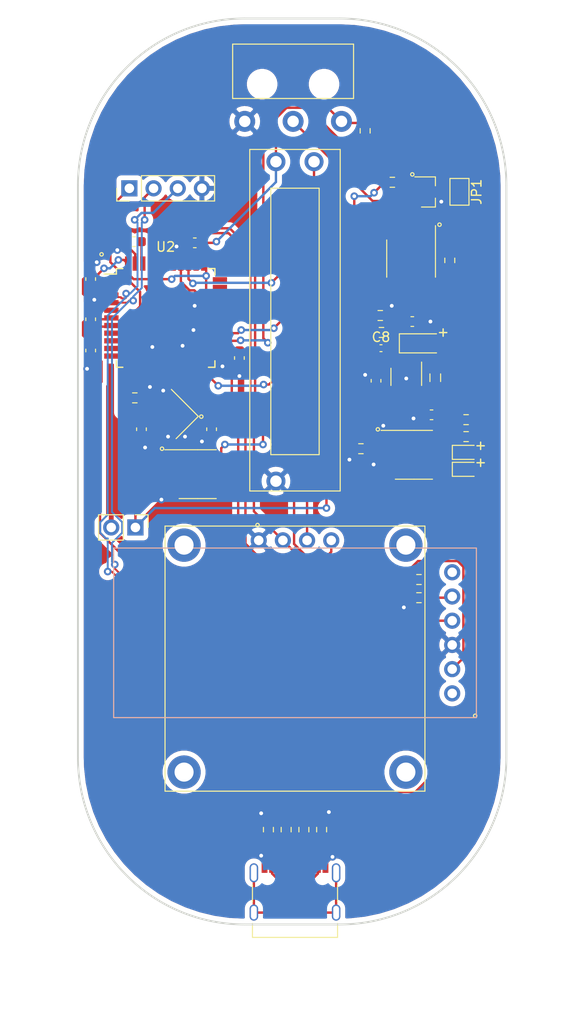
<source format=kicad_pcb>
(kicad_pcb (version 20171130) (host pcbnew "(5.1.9)-1")
  (layers (0 F.Cu signal) (31 B.Cu signal) (34 B.Paste user) (35 F.Paste user) (36 B.SilkS user) (37 F.SilkS user) (38 B.Mask user) (39 F.Mask user) (44 Edge.Cuts user))
  (net 0 "")
  (net 1 -BATT)
  (net 2 VBUS)
  (net 3 "Net-(C2-Pad1)")
  (net 4 "Net-(C3-Pad2)")
  (net 5 "Net-(C4-Pad2)")
  (net 6 "Net-(C5-Pad2)")
  (net 7 A1)
  (net 8 "Net-(C8-Pad2)")
  (net 9 "Net-(C8-Pad1)")
  (net 10 +5V)
  (net 11 "Net-(D6-Pad2)")
  (net 12 /~CHRG)
  (net 13 "Net-(D7-Pad1)")
  (net 14 "Net-(D7-Pad2)")
  (net 15 "Net-(D8-Pad2)")
  (net 16 "Net-(J1-PadS1)")
  (net 17 "Net-(J1-PadA7)")
  (net 18 "Net-(J1-PadA6)")
  (net 19 "Net-(J1-PadB8)")
  (net 20 "Net-(J1-PadA5)")
  (net 21 "Net-(J1-PadA8)")
  (net 22 "Net-(J1-PadB5)")
  (net 23 D-)
  (net 24 D+)
  (net 25 SCLK)
  (net 26 SDA)
  (net 27 latch)
  (net 28 latch_2)
  (net 29 "Net-(Q1-Pad1)")
  (net 30 TX)
  (net 31 "Net-(R3-Pad1)")
  (net 32 ~RESET)
  (net 33 SW)
  (net 34 "Net-(R17-Pad1)")
  (net 35 A0)
  (net 36 EN)
  (net 37 RX)
  (net 38 STATE)
  (net 39 "Net-(U2-Pad1)")
  (net 40 "Net-(U2-Pad8)")
  (net 41 "Net-(U2-Pad9)")
  (net 42 "Net-(U2-Pad10)")
  (net 43 "Net-(U2-Pad11)")
  (net 44 "Net-(U2-Pad12)")
  (net 45 "Net-(U2-Pad18)")
  (net 46 "Net-(U2-Pad19)")
  (net 47 "Net-(U2-Pad27)")
  (net 48 "Net-(U2-Pad28)")
  (net 49 "Net-(U2-Pad29)")
  (net 50 "Net-(U2-Pad30)")
  (net 51 "Net-(U2-Pad31)")
  (net 52 "Net-(U2-Pad32)")
  (net 53 "Net-(U2-Pad33)")
  (net 54 "Net-(U2-Pad38)")
  (net 55 "Net-(U2-Pad39)")
  (net 56 +BATT)
  (module Capacitor_SMD:C_0603_1608Metric (layer F.Cu) (at 124.841 83.198 90)
    (fp_text reference C1 hide)
    (fp_text value 1uF)
    (pad 2 smd roundrect (at 0.775 0 90) (size 0.9 0.95) (layers F.Cu F.Paste F.Mask) (net 1 -BATT))
    (pad 1 smd roundrect (at -0.775 0 90) (size 0.9 0.95) (layers F.Cu F.Paste F.Mask) (net 2 VBUS))
  )
  (module LongboardRemote:HC-05 (layer B.Cu) (at 165.354 124.968)
    (fp_text reference U1 hide)
    (fp_text value HC-05 hide)
    (pad 6 thru_hole circle (at -2.54 -15.24) (size 1.7 1.7) (drill 1) (layers *.Cu *.Mask) (net 38 STATE))
    (pad 5 thru_hole circle (at -2.54 -12.7) (size 1.7 1.7) (drill 1) (layers *.Cu *.Mask) (net 31 "Net-(R3-Pad1)"))
    (pad 4 thru_hole circle (at -2.54 -10.16) (size 1.7 1.7) (drill 1) (layers *.Cu *.Mask) (net 37 RX))
    (pad 3 thru_hole circle (at -2.54 -7.62) (size 1.7 1.7) (drill 1) (layers *.Cu *.Mask) (net 1 -BATT))
    (pad 2 thru_hole circle (at -2.54 -5.08) (size 1.7 1.7) (drill 1) (layers *.Cu *.Mask) (net 10 +5V))
    (pad 1 thru_hole circle (at -2.54 -2.54) (size 1.7 1.7) (drill 1) (layers *.Cu *.Mask) (net 36 EN))
  )
  (module LongboardRemote:OLED (layer F.Cu) (at 146.3 106.383)
    (fp_text reference J4 hide)
    (fp_text value OLED)
    (pad "" thru_hole circle (at 11.65 24.3) (size 3.5 3.5) (drill 2) (layers *.Cu *.Mask))
    (pad "" thru_hole circle (at -11.65 24.3) (size 3.5 3.5) (drill 2) (layers *.Cu *.Mask))
    (pad "" thru_hole circle (at 11.65 0.5) (size 3.5 3.5) (drill 2) (layers *.Cu *.Mask))
    (pad "" thru_hole circle (at -11.65 0.5) (size 3.5 3.5) (drill 2) (layers *.Cu *.Mask))
    (pad 4 thru_hole circle (at 3.81 0) (size 1.7 1.7) (drill 1) (layers *.Cu *.Mask) (net 26 SDA))
    (pad 3 thru_hole circle (at 1.27 0) (size 1.7 1.7) (drill 1) (layers *.Cu *.Mask) (net 25 SCLK))
    (pad 2 thru_hole circle (at -1.27 0) (size 1.7 1.7) (drill 1) (layers *.Cu *.Mask) (net 10 +5V))
    (pad 1 thru_hole circle (at -3.81 0) (size 1.7 1.7) (drill 1) (layers *.Cu *.Mask) (net 1 -BATT))
  )
  (module LongboardRemote:SlidePot (layer F.Cu) (at 146.3 83.425 270)
    (fp_text reference RV1 hide)
    (fp_text value Linear_Pot)
    (pad 3 thru_hole circle (at 16.75 2 270) (size 2 2) (drill 1.2) (layers *.Cu *.Mask) (net 1 -BATT))
    (pad 1 thru_hole circle (at -16.75 2 270) (size 2 2) (drill 1.2) (layers *.Cu *.Mask) (net 10 +5V))
    (pad 2 thru_hole circle (at -16.75 -2 270) (size 2 2) (drill 1.2) (layers *.Cu *.Mask) (net 35 A0))
  )
  (module Capacitor_SMD:C_0603_1608Metric (layer F.Cu) (at 137.541 94.729 270)
    (fp_text reference C2 hide)
    (fp_text value 22pF)
    (pad 2 smd roundrect (at 0.775 0 270) (size 0.9 0.95) (layers F.Cu F.Paste F.Mask) (net 1 -BATT))
    (pad 1 smd roundrect (at -0.775 0 270) (size 0.9 0.95) (layers F.Cu F.Paste F.Mask) (net 3 "Net-(C2-Pad1)"))
  )
  (module Capacitor_SMD:C_0603_1608Metric (layer F.Cu) (at 130.175 94.729 90)
    (fp_text reference C3 hide)
    (fp_text value 22pF)
    (pad 1 smd roundrect (at -0.775 0 90) (size 0.9 0.95) (layers F.Cu F.Paste F.Mask) (net 1 -BATT))
    (pad 2 smd roundrect (at 0.775 0 90) (size 0.9 0.95) (layers F.Cu F.Paste F.Mask) (net 4 "Net-(C3-Pad2)"))
  )
  (module Capacitor_SMD:C_0603_1608Metric (layer F.Cu) (at 124.841 86.474 90)
    (fp_text reference C4 hide)
    (fp_text value 1uF)
    (pad 1 smd roundrect (at -0.775 0 90) (size 0.9 0.95) (layers F.Cu F.Paste F.Mask) (net 1 -BATT))
    (pad 2 smd roundrect (at 0.775 0 90) (size 0.9 0.95) (layers F.Cu F.Paste F.Mask) (net 5 "Net-(C4-Pad2)"))
  )
  (module Capacitor_SMD:C_0603_1608Metric (layer F.Cu) (at 129.4 75.057)
    (fp_text reference C5 hide)
    (fp_text value 1uF)
    (pad 1 smd roundrect (at -0.775 0) (size 0.9 0.95) (layers F.Cu F.Paste F.Mask) (net 1 -BATT))
    (pad 2 smd roundrect (at 0.775 0) (size 0.9 0.95) (layers F.Cu F.Paste F.Mask) (net 6 "Net-(C5-Pad2)"))
  )
  (module Capacitor_SMD:C_0603_1608Metric (layer F.Cu) (at 154.813 89.649 270)
    (fp_text reference C6 hide)
    (fp_text value 4.7uF)
    (pad 2 smd roundrect (at 0.775 0 270) (size 0.9 0.95) (layers F.Cu F.Paste F.Mask) (net 56 +BATT))
    (pad 1 smd roundrect (at -0.775 0 270) (size 0.9 0.95) (layers F.Cu F.Paste F.Mask) (net 1 -BATT))
  )
  (module Capacitor_SMD:C_0603_1608Metric (layer F.Cu) (at 160.642 93.218)
    (fp_text reference C7 hide)
    (fp_text value 10uF)
    (pad 1 smd roundrect (at -0.775 0) (size 0.9 0.95) (layers F.Cu F.Paste F.Mask) (net 1 -BATT))
    (pad 2 smd roundrect (at 0.775 0) (size 0.9 0.95) (layers F.Cu F.Paste F.Mask) (net 2 VBUS))
  )
  (module Capacitor_SMD:C_0603_1608Metric (layer F.Cu) (at 158.623 83.439 180)
    (fp_text reference C9 hide)
    (fp_text value 4.7uF)
    (pad 2 smd roundrect (at 0.775 0 180) (size 0.9 0.95) (layers F.Cu F.Paste F.Mask) (net 8 "Net-(C8-Pad2)"))
    (pad 1 smd roundrect (at -0.775 0 180) (size 0.9 0.95) (layers F.Cu F.Paste F.Mask) (net 1 -BATT))
  )
  (module Capacitor_SMD:C_0603_1608Metric (layer F.Cu) (at 135.776 75.184)
    (fp_text reference C10 hide)
    (fp_text value 1uF)
    (pad 1 smd roundrect (at -0.775 0) (size 0.9 0.95) (layers F.Cu F.Paste F.Mask) (net 1 -BATT))
    (pad 2 smd roundrect (at 0.775 0) (size 0.9 0.95) (layers F.Cu F.Paste F.Mask) (net 10 +5V))
  )
  (module Capacitor_SMD:C_0603_1608Metric (layer F.Cu) (at 140.462 87.262 90)
    (fp_text reference C11 hide)
    (fp_text value 1uF)
    (pad 1 smd roundrect (at -0.775 0 90) (size 0.9 0.95) (layers F.Cu F.Paste F.Mask) (net 1 -BATT))
    (pad 2 smd roundrect (at 0.775 0 90) (size 0.9 0.95) (layers F.Cu F.Paste F.Mask) (net 10 +5V))
  )
  (module Capacitor_SMD:C_0603_1608Metric (layer F.Cu) (at 124.841 78.981 270)
    (fp_text reference C12 hide)
    (fp_text value 1uF)
    (pad 2 smd roundrect (at 0.775 0 270) (size 0.9 0.95) (layers F.Cu F.Paste F.Mask) (net 10 +5V))
    (pad 1 smd roundrect (at -0.775 0 270) (size 0.9 0.95) (layers F.Cu F.Paste F.Mask) (net 1 -BATT))
  )
  (module LED_SMD:LED_0603_1608Metric (layer F.Cu) (at 164.3125 97.155)
    (fp_text reference D6 hide)
    (fp_text value Red)
    (pad 2 smd roundrect (at 0.7875 0) (size 0.875 0.95) (layers F.Cu F.Paste F.Mask) (net 11 "Net-(D6-Pad2)"))
    (pad 1 smd roundrect (at -0.7875 0) (size 0.875 0.95) (layers F.Cu F.Paste F.Mask) (net 12 /~CHRG))
  )
  (module LED_SMD:LED_0603_1608Metric (layer F.Cu) (at 164.3125 98.933)
    (fp_text reference D7 hide)
    (fp_text value Green)
    (pad 1 smd roundrect (at -0.7875 0) (size 0.875 0.95) (layers F.Cu F.Paste F.Mask) (net 13 "Net-(D7-Pad1)"))
    (pad 2 smd roundrect (at 0.7875 0) (size 0.875 0.95) (layers F.Cu F.Paste F.Mask) (net 14 "Net-(D7-Pad2)"))
  )
  (module Diode_SMD:D_SOD-123 (layer F.Cu) (at 159.513 85.725)
    (fp_text reference D8 hide)
    (fp_text value D_Schottky_Small)
    (pad 1 smd rect (at -1.65 0) (size 0.9 1.2) (layers F.Cu F.Paste F.Mask) (net 8 "Net-(C8-Pad2)"))
    (pad 2 smd rect (at 1.65 0) (size 0.9 1.2) (layers F.Cu F.Paste F.Mask) (net 15 "Net-(D8-Pad2)"))
  )
  (module Connector_USB:USB_C_Receptacle_Palconn_UTC16-G (layer F.Cu) (at 146.302 143.175)
    (fp_text reference J1 hide)
    (fp_text value USB_C_Receptacle_USB2.0)
    (pad S1 thru_hole oval (at -4.32 -1.93 90) (size 2 0.9) (drill oval 1.7 0.6) (layers *.Cu *.Mask) (net 16 "Net-(J1-PadS1)"))
    (pad S1 thru_hole oval (at 4.32 -1.93 90) (size 2 0.9) (drill oval 1.7 0.6) (layers *.Cu *.Mask) (net 16 "Net-(J1-PadS1)"))
    (pad S1 thru_hole oval (at -4.32 2.24 90) (size 1.7 0.9) (drill oval 1.4 0.6) (layers *.Cu *.Mask) (net 16 "Net-(J1-PadS1)"))
    (pad S1 thru_hole oval (at 4.32 2.24 90) (size 1.7 0.9) (drill oval 1.4 0.6) (layers *.Cu *.Mask) (net 16 "Net-(J1-PadS1)"))
    (pad B7 smd rect (at -0.75 -2.51 180) (size 0.3 1.16) (layers F.Cu F.Paste F.Mask) (net 17 "Net-(J1-PadA7)"))
    (pad A6 smd rect (at -0.25 -2.51 180) (size 0.3 1.16) (layers F.Cu F.Paste F.Mask) (net 18 "Net-(J1-PadA6)"))
    (pad A7 smd rect (at 0.25 -2.51 180) (size 0.3 1.16) (layers F.Cu F.Paste F.Mask) (net 17 "Net-(J1-PadA7)"))
    (pad B8 smd rect (at -1.75 -2.51 180) (size 0.3 1.16) (layers F.Cu F.Paste F.Mask) (net 19 "Net-(J1-PadB8)"))
    (pad A5 smd rect (at -1.25 -2.51 180) (size 0.3 1.16) (layers F.Cu F.Paste F.Mask) (net 20 "Net-(J1-PadA5)"))
    (pad A8 smd rect (at 1.25 -2.51 180) (size 0.3 1.16) (layers F.Cu F.Paste F.Mask) (net 21 "Net-(J1-PadA8)"))
    (pad B6 smd rect (at 0.75 -2.51 180) (size 0.3 1.16) (layers F.Cu F.Paste F.Mask) (net 18 "Net-(J1-PadA6)"))
    (pad B5 smd rect (at 1.75 -2.51 180) (size 0.3 1.16) (layers F.Cu F.Paste F.Mask) (net 22 "Net-(J1-PadB5)"))
    (pad "" np_thru_hole circle (at 2.89 -1.45 180) (size 0.6 0.6) (drill 0.6) (layers *.Cu *.Mask))
    (pad "" np_thru_hole circle (at -2.89 -1.45 180) (size 0.6 0.6) (drill 0.6) (layers *.Cu *.Mask))
    (pad A4 smd rect (at -2.4 -2.51) (size 0.6 1.16) (layers F.Cu F.Paste F.Mask) (net 2 VBUS))
    (pad B9 smd rect (at -2.4 -2.51) (size 0.6 1.16) (layers F.Cu F.Paste F.Mask) (net 2 VBUS))
    (pad A1 smd rect (at -3.2 -2.51) (size 0.6 1.16) (layers F.Cu F.Paste F.Mask) (net 1 -BATT))
    (pad B12 smd rect (at -3.2 -2.51) (size 0.6 1.16) (layers F.Cu F.Paste F.Mask) (net 1 -BATT))
    (pad B4 smd rect (at 2.4 -2.51) (size 0.6 1.16) (layers F.Cu F.Paste F.Mask) (net 2 VBUS))
    (pad B1 smd rect (at 3.2 -2.51) (size 0.6 1.16) (layers F.Cu F.Paste F.Mask) (net 1 -BATT))
    (pad A9 smd rect (at 2.4 -2.51) (size 0.6 1.16) (layers F.Cu F.Paste F.Mask) (net 2 VBUS))
    (pad A12 smd rect (at 3.2 -2.51) (size 0.6 1.16) (layers F.Cu F.Paste F.Mask) (net 1 -BATT))
  )
  (module Connector_PinHeader_2.54mm:PinHeader_1x02_P2.54mm_Vertical (layer F.Cu) (at 129.54 105.029 270)
    (fp_text reference J2 hide)
    (fp_text value Conn_01x02)
    (pad 1 thru_hole rect (at 0 0 270) (size 1.7 1.7) (drill 1) (layers *.Cu *.Mask) (net 56 +BATT))
    (pad 2 thru_hole oval (at 0 2.54 270) (size 1.7 1.7) (drill 1) (layers *.Cu *.Mask) (net 1 -BATT))
  )
  (module Connector_PinHeader_2.54mm:PinHeader_1x04_P2.54mm_Vertical (layer F.Cu) (at 128.905 69.469 90)
    (fp_text reference J3 hide)
    (fp_text value FTDI)
    (pad 4 thru_hole oval (at 0 7.62 90) (size 1.7 1.7) (drill 1) (layers *.Cu *.Mask) (net 1 -BATT))
    (pad 3 thru_hole oval (at 0 5.08 90) (size 1.7 1.7) (drill 1) (layers *.Cu *.Mask) (net 23 D-))
    (pad 2 thru_hole oval (at 0 2.54 90) (size 1.7 1.7) (drill 1) (layers *.Cu *.Mask) (net 24 D+))
    (pad 1 thru_hole rect (at 0 0 90) (size 1.7 1.7) (drill 1) (layers *.Cu *.Mask) (net 2 VBUS))
  )
  (module Jumper:SolderJumper-2_P1.3mm_Open_Pad1.0x1.5mm (layer F.Cu) (at 163.576 69.835 270)
    (fp_text reference JP1 (at 0 -1.8 90) (layer F.SilkS))
    (fp_text value Jumper_NO_Small)
    (pad 2 smd rect (at 0.65 0 270) (size 1 1.5) (layers F.Cu F.Mask) (net 27 latch))
    (pad 1 smd rect (at -0.65 0 270) (size 1 1.5) (layers F.Cu F.Mask) (net 28 latch_2))
  )
  (module Inductor_SMD:L_0805_2012Metric (layer F.Cu) (at 161.036 89.3275 90)
    (fp_text reference L1 hide)
    (fp_text value 3.3uH)
    (pad 1 smd roundrect (at -1.0625 0 90) (size 0.875 1.2) (layers F.Cu F.Paste F.Mask) (net 56 +BATT))
    (pad 2 smd roundrect (at 1.0625 0 90) (size 0.875 1.2) (layers F.Cu F.Paste F.Mask) (net 15 "Net-(D8-Pad2)"))
  )
  (module Package_TO_SOT_SMD:SOT-23 (layer F.Cu) (at 160.29 69.85)
    (fp_text reference Q1 hide)
    (fp_text value Q_NPN_BCE)
    (pad 1 smd rect (at -1 -0.95) (size 0.9 0.8) (layers F.Cu F.Paste F.Mask) (net 29 "Net-(Q1-Pad1)"))
    (pad 2 smd rect (at -1 0.95) (size 0.9 0.8) (layers F.Cu F.Paste F.Mask) (net 27 latch))
    (pad 3 smd rect (at 1 0) (size 0.9 0.8) (layers F.Cu F.Paste F.Mask) (net 1 -BATT))
  )
  (module Resistor_SMD:R_0603_1608Metric (layer F.Cu) (at 149.098 136.715 90)
    (fp_text reference R1 hide)
    (fp_text value 5.1K)
    (pad 2 smd roundrect (at 0.825 0 90) (size 0.8 0.95) (layers F.Cu F.Paste F.Mask) (net 1 -BATT))
    (pad 1 smd roundrect (at -0.825 0 90) (size 0.8 0.95) (layers F.Cu F.Paste F.Mask) (net 22 "Net-(J1-PadB5)"))
  )
  (module Resistor_SMD:R_0603_1608Metric (layer F.Cu) (at 143.51 136.715 90)
    (fp_text reference R2 hide)
    (fp_text value 5.1K)
    (pad 1 smd roundrect (at -0.825 0 90) (size 0.8 0.95) (layers F.Cu F.Paste F.Mask) (net 20 "Net-(J1-PadA5)"))
    (pad 2 smd roundrect (at 0.825 0 90) (size 0.8 0.95) (layers F.Cu F.Paste F.Mask) (net 1 -BATT))
  )
  (module Resistor_SMD:R_0603_1608Metric (layer F.Cu) (at 159.322 110.49 180)
    (fp_text reference R3 hide)
    (fp_text value 2.2K)
    (pad 2 smd roundrect (at 0.825 0 180) (size 0.8 0.95) (layers F.Cu F.Paste F.Mask) (net 30 TX))
    (pad 1 smd roundrect (at -0.825 0 180) (size 0.8 0.95) (layers F.Cu F.Paste F.Mask) (net 31 "Net-(R3-Pad1)"))
  )
  (module Resistor_SMD:R_0603_1608Metric (layer F.Cu) (at 159.322 112.395)
    (fp_text reference R4 hide)
    (fp_text value 3.3K)
    (pad 1 smd roundrect (at -0.825 0) (size 0.8 0.95) (layers F.Cu F.Paste F.Mask) (net 1 -BATT))
    (pad 2 smd roundrect (at 0.825 0) (size 0.8 0.95) (layers F.Cu F.Paste F.Mask) (net 31 "Net-(R3-Pad1)"))
  )
  (module Resistor_SMD:R_0603_1608Metric (layer F.Cu) (at 147.235332 136.715 90)
    (fp_text reference R5 hide)
    (fp_text value 22R)
    (pad 2 smd roundrect (at 0.825 0 90) (size 0.8 0.95) (layers F.Cu F.Paste F.Mask) (net 24 D+))
    (pad 1 smd roundrect (at -0.825 0 90) (size 0.8 0.95) (layers F.Cu F.Paste F.Mask) (net 18 "Net-(J1-PadA6)"))
  )
  (module Resistor_SMD:R_0603_1608Metric (layer F.Cu) (at 145.372666 136.715 270)
    (fp_text reference R6 hide)
    (fp_text value 22R)
    (pad 1 smd roundrect (at -0.825 0 270) (size 0.8 0.95) (layers F.Cu F.Paste F.Mask) (net 23 D-))
    (pad 2 smd roundrect (at 0.825 0 270) (size 0.8 0.95) (layers F.Cu F.Paste F.Mask) (net 17 "Net-(J1-PadA7)"))
  )
  (module Resistor_SMD:R_0603_1608Metric (layer F.Cu) (at 129.477 91.44)
    (fp_text reference R7 hide)
    (fp_text value 10K)
    (pad 1 smd roundrect (at -0.825 0) (size 0.8 0.95) (layers F.Cu F.Paste F.Mask) (net 32 ~RESET))
    (pad 2 smd roundrect (at 0.825 0) (size 0.8 0.95) (layers F.Cu F.Paste F.Mask) (net 10 +5V))
  )
  (module Resistor_SMD:R_0603_1608Metric (layer F.Cu) (at 153.67 63.437 90)
    (fp_text reference R8 hide)
    (fp_text value 10K)
    (pad 2 smd roundrect (at 0.825 0 90) (size 0.8 0.95) (layers F.Cu F.Paste F.Mask) (net 33 SW))
    (pad 1 smd roundrect (at -0.825 0 90) (size 0.8 0.95) (layers F.Cu F.Paste F.Mask) (net 10 +5V))
  )
  (module Resistor_SMD:R_0603_1608Metric (layer F.Cu) (at 162.56 77.025 90)
    (fp_text reference R9 hide)
    (fp_text value 10K)
    (pad 2 smd roundrect (at 0.825 0 90) (size 0.8 0.95) (layers F.Cu F.Paste F.Mask) (net 27 latch))
    (pad 1 smd roundrect (at -0.825 0 90) (size 0.8 0.95) (layers F.Cu F.Paste F.Mask) (net 8 "Net-(C8-Pad2)"))
  )
  (module Resistor_SMD:R_0603_1608Metric (layer F.Cu) (at 156.528 68.834 180)
    (fp_text reference R10 hide)
    (fp_text value 1K)
    (pad 1 smd roundrect (at -0.825 0 180) (size 0.8 0.95) (layers F.Cu F.Paste F.Mask) (net 29 "Net-(Q1-Pad1)"))
    (pad 2 smd roundrect (at 0.825 0 180) (size 0.8 0.95) (layers F.Cu F.Paste F.Mask) (net 28 latch_2))
  )
  (module Resistor_SMD:R_0603_1608Metric (layer F.Cu) (at 164.274 93.726 180)
    (fp_text reference R13 hide)
    (fp_text value 1K)
    (pad 2 smd roundrect (at 0.825 0 180) (size 0.8 0.95) (layers F.Cu F.Paste F.Mask) (net 2 VBUS))
    (pad 1 smd roundrect (at -0.825 0 180) (size 0.8 0.95) (layers F.Cu F.Paste F.Mask) (net 11 "Net-(D6-Pad2)"))
  )
  (module Resistor_SMD:R_0603_1608Metric (layer F.Cu) (at 164.274 95.504 180)
    (fp_text reference R14 hide)
    (fp_text value 1K)
    (pad 1 smd roundrect (at -0.825 0 180) (size 0.8 0.95) (layers F.Cu F.Paste F.Mask) (net 14 "Net-(D7-Pad2)"))
    (pad 2 smd roundrect (at 0.825 0 180) (size 0.8 0.95) (layers F.Cu F.Paste F.Mask) (net 2 VBUS))
  )
  (module Resistor_SMD:R_0603_1608Metric (layer F.Cu) (at 155.384 84.582 180)
    (fp_text reference R15 hide)
    (fp_text value 620K)
    (pad 1 smd roundrect (at -0.825 0 180) (size 0.8 0.95) (layers F.Cu F.Paste F.Mask) (net 8 "Net-(C8-Pad2)"))
    (pad 2 smd roundrect (at 0.825 0 180) (size 0.8 0.95) (layers F.Cu F.Paste F.Mask) (net 9 "Net-(C8-Pad1)"))
  )
  (module Resistor_SMD:R_0603_1608Metric (layer F.Cu) (at 155.258 82.804)
    (fp_text reference R16 hide)
    (fp_text value 200K)
    (pad 1 smd roundrect (at -0.825 0) (size 0.8 0.95) (layers F.Cu F.Paste F.Mask) (net 9 "Net-(C8-Pad1)"))
    (pad 2 smd roundrect (at 0.825 0) (size 0.8 0.95) (layers F.Cu F.Paste F.Mask) (net 1 -BATT))
  )
  (module Resistor_SMD:R_0603_1608Metric (layer F.Cu) (at 153.225 96.774 180)
    (fp_text reference R17 hide)
    (fp_text value 2K)
    (pad 2 smd roundrect (at 0.825 0 180) (size 0.8 0.95) (layers F.Cu F.Paste F.Mask) (net 1 -BATT))
    (pad 1 smd roundrect (at -0.825 0 180) (size 0.8 0.95) (layers F.Cu F.Paste F.Mask) (net 34 "Net-(R17-Pad1)"))
  )
  (module LongboardRemote:DM1-135C-1 (layer F.Cu) (at 146.102 62.447)
    (fp_text reference SW1 hide)
    (fp_text value SW_SPDT)
    (pad 1 thru_hole circle (at 5.08 0) (size 2.2 2.2) (drill 1.2) (layers *.Cu *.Mask) (net 33 SW))
    (pad 2 thru_hole circle (at -5.08 0) (size 2.2 2.2) (drill 1.2) (layers *.Cu *.Mask) (net 1 -BATT))
    (pad 3 thru_hole circle (at 0 0) (size 2.2 2.2) (drill 1.2) (layers *.Cu *.Mask) (net 27 latch))
    (pad "" np_thru_hole circle (at -3.25 -3.9) (size 2.2 2.2) (drill 2.2) (layers *.Cu *.Mask))
    (pad "" np_thru_hole circle (at 3.25 -3.9) (size 2.2 2.2) (drill 2.2) (layers *.Cu *.Mask))
  )
  (module Package_TO_SOT_SMD:SOT-23-5 (layer F.Cu) (at 157.988 89.238 270)
    (fp_text reference U3 hide)
    (fp_text value TPS61040DBV)
    (pad 1 smd rect (at -1.1 -0.95 270) (size 1.06 0.65) (layers F.Cu F.Paste F.Mask) (net 15 "Net-(D8-Pad2)"))
    (pad 2 smd rect (at -1.1 0 270) (size 1.06 0.65) (layers F.Cu F.Paste F.Mask) (net 1 -BATT))
    (pad 3 smd rect (at -1.1 0.95 270) (size 1.06 0.65) (layers F.Cu F.Paste F.Mask) (net 9 "Net-(C8-Pad1)"))
    (pad 4 smd rect (at 1.1 0.95 270) (size 1.06 0.65) (layers F.Cu F.Paste F.Mask) (net 56 +BATT))
    (pad 5 smd rect (at 1.1 -0.95 270) (size 1.06 0.65) (layers F.Cu F.Paste F.Mask) (net 56 +BATT))
  )
  (module Package_SO:SOP-8_3.9x4.9mm_P1.27mm (layer F.Cu) (at 158.792 97.409)
    (fp_text reference U4 hide)
    (fp_text value TP4056)
    (pad 1 smd roundrect (at -2.625 -1.905) (size 1.65 0.6) (layers F.Cu F.Paste F.Mask) (net 1 -BATT))
    (pad 2 smd roundrect (at -2.625 -0.635) (size 1.65 0.6) (layers F.Cu F.Paste F.Mask) (net 34 "Net-(R17-Pad1)"))
    (pad 3 smd roundrect (at -2.625 0.635) (size 1.65 0.6) (layers F.Cu F.Paste F.Mask) (net 1 -BATT))
    (pad 4 smd roundrect (at -2.625 1.905) (size 1.65 0.6) (layers F.Cu F.Paste F.Mask) (net 2 VBUS))
    (pad 5 smd roundrect (at 2.625 1.905) (size 1.65 0.6) (layers F.Cu F.Paste F.Mask) (net 56 +BATT))
    (pad 6 smd roundrect (at 2.625 0.635) (size 1.65 0.6) (layers F.Cu F.Paste F.Mask) (net 13 "Net-(D7-Pad1)"))
    (pad 7 smd roundrect (at 2.625 -0.635) (size 1.65 0.6) (layers F.Cu F.Paste F.Mask) (net 12 /~CHRG))
    (pad 8 smd roundrect (at 2.625 -1.905) (size 1.65 0.6) (layers F.Cu F.Paste F.Mask) (net 2 VBUS))
  )
  (module Package_SO:SOP-8_3.9x4.9mm_P1.27mm (layer F.Cu) (at 158.496 76.835 270)
    (fp_text reference U6 hide)
    (fp_text value APM4953)
    (pad 8 smd roundrect (at 2.625 -1.905 270) (size 1.65 0.6) (layers F.Cu F.Paste F.Mask) (net 8 "Net-(C8-Pad2)"))
    (pad 7 smd roundrect (at 2.625 -0.635 270) (size 1.65 0.6) (layers F.Cu F.Paste F.Mask) (net 8 "Net-(C8-Pad2)"))
    (pad 6 smd roundrect (at 2.625 0.635 270) (size 1.65 0.6) (layers F.Cu F.Paste F.Mask))
    (pad 5 smd roundrect (at 2.625 1.905 270) (size 1.65 0.6) (layers F.Cu F.Paste F.Mask))
    (pad 4 smd roundrect (at -2.625 1.905 270) (size 1.65 0.6) (layers F.Cu F.Paste F.Mask))
    (pad 3 smd roundrect (at -2.625 0.635 270) (size 1.65 0.6) (layers F.Cu F.Paste F.Mask))
    (pad 2 smd roundrect (at -2.625 -0.635 270) (size 1.65 0.6) (layers F.Cu F.Paste F.Mask) (net 27 latch))
    (pad 1 smd roundrect (at -2.625 -1.905 270) (size 1.65 0.6) (layers F.Cu F.Paste F.Mask) (net 10 +5V))
  )
  (module Crystal:Crystal_SMD_3225-4Pin_3.2x2.5mm (layer F.Cu) (at 133.565 93.134 135)
    (fp_text reference Y1 hide)
    (fp_text value 16MHz)
    (pad 1 smd rect (at -1.1 0.85 135) (size 1.4 1.2) (layers F.Cu F.Paste F.Mask) (net 3 "Net-(C2-Pad1)"))
    (pad 2 smd rect (at 1.1 0.85 135) (size 1.4 1.2) (layers F.Cu F.Paste F.Mask) (net 1 -BATT))
    (pad 3 smd rect (at 1.1 -0.85 135) (size 1.4 1.2) (layers F.Cu F.Paste F.Mask) (net 4 "Net-(C3-Pad2)"))
    (pad 4 smd rect (at -1.1 -0.85 135) (size 1.4 1.2) (layers F.Cu F.Paste F.Mask) (net 1 -BATT))
  )
  (module Package_SO:SOIC-8_3.9x4.9mm_P1.27mm (layer F.Cu) (at 136.079 99.441)
    (fp_text reference U5 hide)
    (fp_text value MCP6002-xSN)
    (pad 1 smd roundrect (at -2.475 -1.905) (size 1.95 0.6) (layers F.Cu F.Paste F.Mask) (net 7 A1))
    (pad 2 smd roundrect (at -2.475 -0.635) (size 1.95 0.6) (layers F.Cu F.Paste F.Mask) (net 7 A1))
    (pad 3 smd roundrect (at -2.475 0.635) (size 1.95 0.6) (layers F.Cu F.Paste F.Mask) (net 56 +BATT))
    (pad 4 smd roundrect (at -2.475 1.905) (size 1.95 0.6) (layers F.Cu F.Paste F.Mask) (net 1 -BATT))
    (pad 5 smd roundrect (at 2.475 1.905) (size 1.95 0.6) (layers F.Cu F.Paste F.Mask))
    (pad 6 smd roundrect (at 2.475 0.635) (size 1.95 0.6) (layers F.Cu F.Paste F.Mask))
    (pad 7 smd roundrect (at 2.475 -0.635) (size 1.95 0.6) (layers F.Cu F.Paste F.Mask))
    (pad 8 smd roundrect (at 2.475 -1.905) (size 1.95 0.6) (layers F.Cu F.Paste F.Mask) (net 10 +5V))
  )
  (module Package_QFP:TQFP-44-1EP_10x10mm_P0.8mm_EP4.5x4.5mm (layer F.Cu) (at 132.715 83.058)
    (fp_text reference U2 (at 0 -7.45) (layer F.SilkS))
    (fp_text value ATmega32U4-MU)
    (pad 1 smd rect (at -5.7 -4) (size 1.5 0.55) (layers F.Cu F.Paste F.Mask) (net 39 "Net-(U2-Pad1)"))
    (pad 2 smd rect (at -5.7 -3.2) (size 1.5 0.55) (layers F.Cu F.Paste F.Mask) (net 10 +5V))
    (pad 3 smd rect (at -5.7 -2.4) (size 1.5 0.55) (layers F.Cu F.Paste F.Mask) (net 23 D-))
    (pad 4 smd rect (at -5.7 -1.6) (size 1.5 0.55) (layers F.Cu F.Paste F.Mask) (net 24 D+))
    (pad 5 smd rect (at -5.7 -0.8) (size 1.5 0.55) (layers F.Cu F.Paste F.Mask) (net 1 -BATT))
    (pad 6 smd rect (at -5.7 0) (size 1.5 0.55) (layers F.Cu F.Paste F.Mask) (net 5 "Net-(C4-Pad2)"))
    (pad 7 smd rect (at -5.7 0.8) (size 1.5 0.55) (layers F.Cu F.Paste F.Mask) (net 2 VBUS))
    (pad 8 smd rect (at -5.7 1.6) (size 1.5 0.55) (layers F.Cu F.Paste F.Mask) (net 40 "Net-(U2-Pad8)"))
    (pad 9 smd rect (at -5.7 2.4) (size 1.5 0.55) (layers F.Cu F.Paste F.Mask) (net 41 "Net-(U2-Pad9)"))
    (pad 10 smd rect (at -5.7 3.2) (size 1.5 0.55) (layers F.Cu F.Paste F.Mask) (net 42 "Net-(U2-Pad10)"))
    (pad 11 smd rect (at -5.7 4) (size 1.5 0.55) (layers F.Cu F.Paste F.Mask) (net 43 "Net-(U2-Pad11)"))
    (pad 12 smd rect (at -4 5.7 90) (size 1.5 0.55) (layers F.Cu F.Paste F.Mask) (net 44 "Net-(U2-Pad12)"))
    (pad 13 smd rect (at -3.2 5.7 90) (size 1.5 0.55) (layers F.Cu F.Paste F.Mask) (net 32 ~RESET))
    (pad 14 smd rect (at -2.4 5.7 90) (size 1.5 0.55) (layers F.Cu F.Paste F.Mask) (net 10 +5V))
    (pad 15 smd rect (at -1.6 5.7 90) (size 1.5 0.55) (layers F.Cu F.Paste F.Mask) (net 1 -BATT))
    (pad 16 smd rect (at -0.8 5.7 90) (size 1.5 0.55) (layers F.Cu F.Paste F.Mask) (net 4 "Net-(C3-Pad2)"))
    (pad 17 smd rect (at 0 5.7 90) (size 1.5 0.55) (layers F.Cu F.Paste F.Mask) (net 3 "Net-(C2-Pad1)"))
    (pad 18 smd rect (at 0.8 5.7 90) (size 1.5 0.55) (layers F.Cu F.Paste F.Mask) (net 45 "Net-(U2-Pad18)"))
    (pad 19 smd rect (at 1.6 5.7 90) (size 1.5 0.55) (layers F.Cu F.Paste F.Mask) (net 46 "Net-(U2-Pad19)"))
    (pad 20 smd rect (at 2.4 5.7 90) (size 1.5 0.55) (layers F.Cu F.Paste F.Mask) (net 37 RX))
    (pad 21 smd rect (at 3.2 5.7 90) (size 1.5 0.55) (layers F.Cu F.Paste F.Mask) (net 30 TX))
    (pad 22 smd rect (at 4 5.7 90) (size 1.5 0.55) (layers F.Cu F.Paste F.Mask) (net 27 latch))
    (pad 23 smd rect (at 5.7 4) (size 1.5 0.55) (layers F.Cu F.Paste F.Mask) (net 1 -BATT))
    (pad 24 smd rect (at 5.7 3.2) (size 1.5 0.55) (layers F.Cu F.Paste F.Mask) (net 10 +5V))
    (pad 25 smd rect (at 5.7 2.4) (size 1.5 0.55) (layers F.Cu F.Paste F.Mask) (net 33 SW))
    (pad 26 smd rect (at 5.7 1.6) (size 1.5 0.55) (layers F.Cu F.Paste F.Mask) (net 28 latch_2))
    (pad 27 smd rect (at 5.7 0.8) (size 1.5 0.55) (layers F.Cu F.Paste F.Mask) (net 47 "Net-(U2-Pad27)"))
    (pad 28 smd rect (at 5.7 0) (size 1.5 0.55) (layers F.Cu F.Paste F.Mask) (net 48 "Net-(U2-Pad28)"))
    (pad 29 smd rect (at 5.7 -0.8) (size 1.5 0.55) (layers F.Cu F.Paste F.Mask) (net 49 "Net-(U2-Pad29)"))
    (pad 30 smd rect (at 5.7 -1.6) (size 1.5 0.55) (layers F.Cu F.Paste F.Mask) (net 50 "Net-(U2-Pad30)"))
    (pad 31 smd rect (at 5.7 -2.4) (size 1.5 0.55) (layers F.Cu F.Paste F.Mask) (net 51 "Net-(U2-Pad31)"))
    (pad 32 smd rect (at 5.7 -3.2) (size 1.5 0.55) (layers F.Cu F.Paste F.Mask) (net 52 "Net-(U2-Pad32)"))
    (pad 33 smd rect (at 5.7 -4) (size 1.5 0.55) (layers F.Cu F.Paste F.Mask) (net 53 "Net-(U2-Pad33)"))
    (pad 34 smd rect (at 4 -5.7 90) (size 1.5 0.55) (layers F.Cu F.Paste F.Mask) (net 10 +5V))
    (pad 35 smd rect (at 3.2 -5.7 90) (size 1.5 0.55) (layers F.Cu F.Paste F.Mask) (net 1 -BATT))
    (pad 36 smd rect (at 2.4 -5.7 90) (size 1.5 0.55) (layers F.Cu F.Paste F.Mask) (net 35 A0))
    (pad 37 smd rect (at 1.6 -5.7 90) (size 1.5 0.55) (layers F.Cu F.Paste F.Mask) (net 7 A1))
    (pad 38 smd rect (at 0.8 -5.7 90) (size 1.5 0.55) (layers F.Cu F.Paste F.Mask) (net 54 "Net-(U2-Pad38)"))
    (pad 39 smd rect (at 0 -5.7 90) (size 1.5 0.55) (layers F.Cu F.Paste F.Mask) (net 55 "Net-(U2-Pad39)"))
    (pad 40 smd rect (at -0.8 -5.7 90) (size 1.5 0.55) (layers F.Cu F.Paste F.Mask) (net 26 SDA))
    (pad 41 smd rect (at -1.6 -5.7 90) (size 1.5 0.55) (layers F.Cu F.Paste F.Mask) (net 25 SCLK))
    (pad 42 smd rect (at -2.4 -5.7 90) (size 1.5 0.55) (layers F.Cu F.Paste F.Mask) (net 6 "Net-(C5-Pad2)"))
    (pad 43 smd rect (at -3.2 -5.7 90) (size 1.5 0.55) (layers F.Cu F.Paste F.Mask) (net 1 -BATT))
    (pad 44 smd rect (at -4 -5.7 90) (size 1.5 0.55) (layers F.Cu F.Paste F.Mask) (net 10 +5V))
    (pad 45 smd rect (at 0 0) (size 4.5 4.5) (layers F.Cu F.Mask) (net 1 -BATT))
  )
  (module Capacitor_SMD:C_0402_1005Metric (layer F.Cu) (at 155.334 86.233)
    (fp_text reference C8 (at 0 -1.16) (layer F.SilkS))
    (fp_text value 3.3pF)
    (pad 1 smd roundrect (at -0.48 0) (size 0.56 0.62) (layers F.Cu F.Paste F.Mask) (net 9 "Net-(C8-Pad1)"))
    (pad 2 smd roundrect (at 0.48 0) (size 0.56 0.62) (layers F.Cu F.Paste F.Mask) (net 8 "Net-(C8-Pad2)"))
  )
  (gr_text + (at 165.7985 98.171) (layer F.SilkS) (effects (font (size 1 1))))
  (gr_text + (at 165.7985 96.393) (layer F.SilkS) (effects (font (size 1 1))))
  (gr_text + (at 161.8615 84.5185) (layer F.SilkS) (effects (font (size 1 1))))
  (gr_circle (center 142.367 104.775) (end 142.494 104.902) (layer F.SilkS) (width 0.12))
  (gr_circle (center 165.227 124.7775) (end 165.354 124.9045) (layer F.SilkS) (width 0.12))
  (gr_circle (center 155.0035 94.742) (end 155.1305 94.869) (layer F.SilkS) (width 0.12))
  (gr_circle (center 132.334 96.774) (end 132.461 96.901) (layer F.SilkS) (width 0.12))
  (gr_circle (center 136.4615 93.4085) (end 136.5885 93.5355) (layer F.SilkS) (width 0.12))
  (gr_circle (center 125.984 76.3905) (end 126.111 76.5175) (layer F.SilkS) (width 0.12))
  (gr_circle (center 158.623 68.0085) (end 158.75 68.1355) (layer F.SilkS) (width 0.12))
  (gr_circle (center 161.4805 73.279) (end 161.6075 73.406) (layer F.SilkS) (width 0.12))
  (gr_line (start 151.003 51.659) (end 141.003001 51.659) (layer Edge.Cuts) (width 0.2))
  (gr_line (start 141.002999 146.659) (end 151.002999 146.659) (layer Edge.Cuts) (width 0.2))
  (gr_line (start 123.503 69.159) (end 123.503 129.158999) (layer Edge.Cuts) (width 0.2))
  (gr_line (start 168.503 129.159) (end 168.503 69.159) (layer Edge.Cuts) (width 0.2))
  (gr_arc (start 151.003 69.159) (end 168.503 69.159) (angle -90) (layer Edge.Cuts) (width 0.2))
  (gr_arc (start 141.003 129.159) (end 123.503 129.158999) (angle -90) (layer Edge.Cuts) (width 0.2))
  (gr_arc (start 141.003 69.159) (end 141.003001 51.659) (angle -90.00000327) (layer Edge.Cuts) (width 0.2))
  (gr_arc (start 151.003 129.159) (end 151.002999 146.659) (angle -90.00000327) (layer Edge.Cuts) (width 0.2))
  (via (at 130.556 96.647) (size 0.8) (drill 0.4) (layers F.Cu B.Cu) (net 1))
  (via (at 132.969 95.504) (size 0.8) (drill 0.4) (layers F.Cu B.Cu) (net 1))
  (via (at 134.747 95.504) (size 0.8) (drill 0.4) (layers F.Cu B.Cu) (net 1))
  (via (at 132.461 90.678) (size 0.8) (drill 0.4) (layers F.Cu B.Cu) (net 1))
  (segment (start 132.461 90.827919) (end 133.388223 91.755142) (width 0.25) (layer F.Cu) (net 1))
  (segment (start 132.461 90.678) (end 132.461 90.827919) (width 0.25) (layer F.Cu) (net 1))
  (segment (start 133.741777 94.731223) (end 132.969 95.504) (width 0.25) (layer F.Cu) (net 1))
  (segment (start 133.741777 94.512858) (end 133.741777 94.731223) (width 0.25) (layer F.Cu) (net 1))
  (segment (start 133.755858 94.512858) (end 134.747 95.504) (width 0.25) (layer F.Cu) (net 1))
  (segment (start 133.741777 94.512858) (end 133.755858 94.512858) (width 0.25) (layer F.Cu) (net 1))
  (segment (start 130.556 95.885) (end 130.175 95.504) (width 0.25) (layer F.Cu) (net 1))
  (segment (start 130.556 96.647) (end 130.556 95.885) (width 0.25) (layer F.Cu) (net 1))
  (via (at 136.525 96.012) (size 0.8) (drill 0.4) (layers F.Cu B.Cu) (net 1))
  (via (at 157.734 113.411) (size 0.8) (drill 0.4) (layers F.Cu B.Cu) (net 1))
  (via (at 149.86 134.874) (size 0.8) (drill 0.4) (layers F.Cu B.Cu) (net 1))
  (via (at 150.241 139.573) (size 0.8) (drill 0.4) (layers F.Cu B.Cu) (net 1))
  (via (at 142.748 139.446) (size 0.8) (drill 0.4) (layers F.Cu B.Cu) (net 1))
  (via (at 127.635 75.946) (size 0.8) (drill 0.4) (layers F.Cu B.Cu) (net 1))
  (via (at 133.858 75.565) (size 0.8) (drill 0.4) (layers F.Cu B.Cu) (net 1))
  (via (at 135.763 81.788) (size 0.8) (drill 0.4) (layers F.Cu B.Cu) (net 1))
  (via (at 134.493 85.979) (size 0.8) (drill 0.4) (layers F.Cu B.Cu) (net 1))
  (via (at 131.318 86.106) (size 0.8) (drill 0.4) (layers F.Cu B.Cu) (net 1))
  (via (at 135.636 84.328) (size 0.8) (drill 0.4) (layers F.Cu B.Cu) (net 1))
  (via (at 140.462 89.154) (size 0.8) (drill 0.4) (layers F.Cu B.Cu) (net 1))
  (via (at 161.671 70.866) (size 0.8) (drill 0.4) (layers F.Cu B.Cu) (net 1))
  (segment (start 161.671 70.231) (end 161.29 69.85) (width 0.25) (layer F.Cu) (net 1))
  (segment (start 161.671 70.866) (end 161.671 70.231) (width 0.25) (layer F.Cu) (net 1))
  (segment (start 134.62 75.565) (end 135.001 75.184) (width 0.25) (layer F.Cu) (net 1))
  (segment (start 133.858 75.565) (end 134.62 75.565) (width 0.25) (layer F.Cu) (net 1))
  (segment (start 135.915 76.098) (end 135.915 77.358) (width 0.25) (layer F.Cu) (net 1))
  (segment (start 135.001 75.184) (end 135.915 76.098) (width 0.25) (layer F.Cu) (net 1))
  (segment (start 128.524 75.057) (end 127.635 75.946) (width 0.25) (layer F.Cu) (net 1))
  (segment (start 128.625 75.057) (end 128.524 75.057) (width 0.25) (layer F.Cu) (net 1))
  (segment (start 128.625 75.468) (end 128.625 75.057) (width 0.25) (layer F.Cu) (net 1))
  (segment (start 129.515 76.358) (end 128.625 75.468) (width 0.25) (layer F.Cu) (net 1))
  (segment (start 129.515 77.358) (end 129.515 76.358) (width 0.25) (layer F.Cu) (net 1))
  (via (at 125.476 77.216) (size 0.8) (drill 0.4) (layers F.Cu B.Cu) (net 1))
  (segment (start 124.841 77.851) (end 125.476 77.216) (width 0.25) (layer F.Cu) (net 1))
  (segment (start 125.006 82.258) (end 124.841 82.423) (width 0.25) (layer F.Cu) (net 1))
  (segment (start 127.015 82.258) (end 125.006 82.258) (width 0.25) (layer F.Cu) (net 1))
  (via (at 125.222 81.153) (size 0.8) (drill 0.4) (layers F.Cu B.Cu) (net 1))
  (segment (start 124.841 81.534) (end 125.222 81.153) (width 0.25) (layer F.Cu) (net 1))
  (segment (start 124.841 82.423) (end 124.841 81.534) (width 0.25) (layer F.Cu) (net 1))
  (via (at 124.46 88.392) (size 0.8) (drill 0.4) (layers F.Cu B.Cu) (net 1))
  (segment (start 124.841 88.011) (end 124.46 88.392) (width 0.25) (layer F.Cu) (net 1))
  (segment (start 124.841 87.249) (end 124.841 88.011) (width 0.25) (layer F.Cu) (net 1))
  (segment (start 124.04099 80.537675) (end 124.04099 79.00601) (width 0.25) (layer F.Cu) (net 1))
  (segment (start 124.04099 79.00601) (end 124.841 78.206) (width 0.25) (layer F.Cu) (net 1))
  (segment (start 124.656315 81.153) (end 124.04099 80.537675) (width 0.25) (layer F.Cu) (net 1))
  (segment (start 125.222 81.153) (end 124.656315 81.153) (width 0.25) (layer F.Cu) (net 1))
  (via (at 131.064 90.297) (size 0.8) (drill 0.4) (layers F.Cu B.Cu) (net 1))
  (segment (start 131.115 90.246) (end 131.064 90.297) (width 0.25) (layer F.Cu) (net 1))
  (segment (start 131.115 88.758) (end 131.115 90.246) (width 0.25) (layer F.Cu) (net 1))
  (segment (start 137.033 95.504) (end 136.525 96.012) (width 0.25) (layer F.Cu) (net 1))
  (segment (start 137.541 95.504) (end 137.033 95.504) (width 0.25) (layer F.Cu) (net 1))
  (segment (start 157.734 113.158) (end 158.497 112.395) (width 0.25) (layer F.Cu) (net 1))
  (segment (start 157.734 113.411) (end 157.734 113.158) (width 0.25) (layer F.Cu) (net 1))
  (segment (start 143.102 139.8) (end 142.748 139.446) (width 0.25) (layer F.Cu) (net 1))
  (segment (start 143.102 140.665) (end 143.102 139.8) (width 0.25) (layer F.Cu) (net 1))
  (segment (start 149.502 140.312) (end 150.241 139.573) (width 0.25) (layer F.Cu) (net 1))
  (segment (start 149.502 140.665) (end 149.502 140.312) (width 0.25) (layer F.Cu) (net 1))
  (via (at 142.748 135.001) (size 0.8) (drill 0.4) (layers F.Cu B.Cu) (net 1))
  (segment (start 142.748 135.128) (end 143.51 135.89) (width 0.25) (layer F.Cu) (net 1))
  (segment (start 142.748 135.001) (end 142.748 135.128) (width 0.25) (layer F.Cu) (net 1))
  (segment (start 149.098 135.636) (end 149.86 134.874) (width 0.25) (layer F.Cu) (net 1))
  (segment (start 149.098 135.89) (end 149.098 135.636) (width 0.25) (layer F.Cu) (net 1))
  (via (at 158.75 93.599) (size 0.8) (drill 0.4) (layers F.Cu B.Cu) (net 1))
  (via (at 155.575 94.361) (size 0.8) (drill 0.4) (layers F.Cu B.Cu) (net 1))
  (segment (start 156.167 94.953) (end 155.575 94.361) (width 0.25) (layer F.Cu) (net 1))
  (segment (start 156.167 95.504) (end 156.167 94.953) (width 0.25) (layer F.Cu) (net 1))
  (segment (start 159.486 93.599) (end 159.867 93.218) (width 0.25) (layer F.Cu) (net 1))
  (segment (start 158.75 93.599) (end 159.486 93.599) (width 0.25) (layer F.Cu) (net 1))
  (via (at 154.559 98.425) (size 0.8) (drill 0.4) (layers F.Cu B.Cu) (net 1))
  (via (at 152.019 97.917) (size 0.8) (drill 0.4) (layers F.Cu B.Cu) (net 1))
  (segment (start 155.786 98.425) (end 156.167 98.044) (width 0.25) (layer F.Cu) (net 1))
  (segment (start 154.559 98.425) (end 155.786 98.425) (width 0.25) (layer F.Cu) (net 1))
  (segment (start 152.019 97.155) (end 152.4 96.774) (width 0.25) (layer F.Cu) (net 1))
  (segment (start 152.019 97.917) (end 152.019 97.155) (width 0.25) (layer F.Cu) (net 1))
  (via (at 153.67 89.027) (size 0.8) (drill 0.4) (layers F.Cu B.Cu) (net 1))
  (via (at 157.988 89.408) (size 0.8) (drill 0.4) (layers F.Cu B.Cu) (net 1))
  (segment (start 157.988 88.138) (end 157.988 89.408) (width 0.25) (layer F.Cu) (net 1))
  (segment (start 153.823 88.874) (end 153.67 89.027) (width 0.25) (layer F.Cu) (net 1))
  (segment (start 154.813 88.874) (end 153.823 88.874) (width 0.25) (layer F.Cu) (net 1))
  (via (at 160.528 83.439) (size 0.8) (drill 0.4) (layers F.Cu B.Cu) (net 1))
  (segment (start 159.398 83.439) (end 160.528 83.439) (width 0.25) (layer F.Cu) (net 1))
  (via (at 156.464 81.788) (size 0.8) (drill 0.4) (layers F.Cu B.Cu) (net 1))
  (segment (start 156.083 82.169) (end 156.464 81.788) (width 0.25) (layer F.Cu) (net 1))
  (segment (start 156.083 82.804) (end 156.083 82.169) (width 0.25) (layer F.Cu) (net 1))
  (segment (start 140.462 89.154) (end 140.462 88.037) (width 0.25) (layer F.Cu) (net 1))
  (via (at 138.684 88.138) (size 0.8) (drill 0.4) (layers F.Cu B.Cu) (net 1))
  (segment (start 138.415 87.869) (end 138.684 88.138) (width 0.25) (layer F.Cu) (net 1))
  (segment (start 138.415 87.058) (end 138.415 87.869) (width 0.25) (layer F.Cu) (net 1))
  (segment (start 131.318 84.455) (end 132.715 83.058) (width 0.25) (layer F.Cu) (net 1))
  (segment (start 131.318 86.106) (end 131.318 84.455) (width 0.25) (layer F.Cu) (net 1))
  (segment (start 132.715 84.201) (end 134.493 85.979) (width 0.25) (layer F.Cu) (net 1))
  (segment (start 132.715 83.058) (end 132.715 84.201) (width 0.25) (layer F.Cu) (net 1))
  (segment (start 133.985 84.328) (end 132.715 83.058) (width 0.25) (layer F.Cu) (net 1))
  (segment (start 135.636 84.328) (end 133.985 84.328) (width 0.25) (layer F.Cu) (net 1))
  (segment (start 133.985 81.788) (end 132.715 83.058) (width 0.25) (layer F.Cu) (net 1))
  (segment (start 135.763 81.788) (end 133.985 81.788) (width 0.25) (layer F.Cu) (net 1))
  (via (at 132.2705 102.108) (size 0.8) (drill 0.4) (layers F.Cu B.Cu) (net 1))
  (segment (start 133.0325 101.346) (end 132.2705 102.108) (width 0.25) (layer F.Cu) (net 1))
  (segment (start 133.604 101.346) (end 133.0325 101.346) (width 0.25) (layer F.Cu) (net 1))
  (segment (start 126.9 83.973) (end 127.015 83.858) (width 0.25) (layer F.Cu) (net 2))
  (segment (start 124.841 83.973) (end 126.9 83.973) (width 0.25) (layer F.Cu) (net 2))
  (segment (start 143.902 141.330002) (end 143.902 140.665) (width 0.25) (layer F.Cu) (net 2))
  (segment (start 144.592009 142.020011) (end 143.902 141.330002) (width 0.25) (layer F.Cu) (net 2))
  (segment (start 148.011991 142.020011) (end 144.592009 142.020011) (width 0.25) (layer F.Cu) (net 2))
  (segment (start 148.702 141.330002) (end 148.011991 142.020011) (width 0.25) (layer F.Cu) (net 2))
  (segment (start 148.702 140.665) (end 148.702 141.330002) (width 0.25) (layer F.Cu) (net 2))
  (segment (start 161.417 95.504) (end 163.449 95.504) (width 0.25) (layer F.Cu) (net 2))
  (segment (start 163.449 95.504) (end 163.449 93.726) (width 0.25) (layer F.Cu) (net 2))
  (segment (start 161.925 93.726) (end 161.417 93.218) (width 0.25) (layer F.Cu) (net 2))
  (segment (start 163.449 93.726) (end 161.925 93.726) (width 0.25) (layer F.Cu) (net 2))
  (segment (start 157.380232 99.314) (end 156.167 99.314) (width 0.25) (layer F.Cu) (net 2))
  (segment (start 161.190232 95.504) (end 157.380232 99.314) (width 0.25) (layer F.Cu) (net 2))
  (segment (start 161.417 95.504) (end 161.190232 95.504) (width 0.25) (layer F.Cu) (net 2))
  (segment (start 164.43901 127.264992) (end 164.43901 107.58601) (width 0.25) (layer F.Cu) (net 2))
  (segment (start 158.946001 132.758001) (end 164.43901 127.264992) (width 0.25) (layer F.Cu) (net 2))
  (segment (start 155.982997 132.758001) (end 158.946001 132.758001) (width 0.25) (layer F.Cu) (net 2))
  (segment (start 148.702 140.038998) (end 155.982997 132.758001) (width 0.25) (layer F.Cu) (net 2))
  (segment (start 164.43901 107.58601) (end 156.167 99.314) (width 0.25) (layer F.Cu) (net 2))
  (segment (start 148.702 140.665) (end 148.702 140.038998) (width 0.25) (layer F.Cu) (net 2))
  (segment (start 125.64101 84.77301) (end 124.841 83.973) (width 0.25) (layer F.Cu) (net 2))
  (segment (start 125.64101 87.294012) (end 125.64101 84.77301) (width 0.25) (layer F.Cu) (net 2))
  (segment (start 125.978001 89.756001) (end 125.978001 87.631003) (width 0.25) (layer F.Cu) (net 2))
  (segment (start 125.978001 87.631003) (end 125.64101 87.294012) (width 0.25) (layer F.Cu) (net 2))
  (segment (start 125.824999 89.909003) (end 125.978001 89.756001) (width 0.25) (layer F.Cu) (net 2))
  (segment (start 125.824999 105.593001) (end 125.824999 89.909003) (width 0.25) (layer F.Cu) (net 2))
  (segment (start 152.989999 132.758001) (end 125.824999 105.593001) (width 0.25) (layer F.Cu) (net 2))
  (segment (start 155.982997 132.758001) (end 152.989999 132.758001) (width 0.25) (layer F.Cu) (net 2))
  (segment (start 126.909999 71.464001) (end 128.905 69.469) (width 0.25) (layer F.Cu) (net 2))
  (segment (start 126.909999 77.210698) (end 126.909999 71.464001) (width 0.25) (layer F.Cu) (net 2))
  (segment (start 130.029628 80.330327) (end 126.909999 77.210698) (width 0.25) (layer F.Cu) (net 2))
  (segment (start 128.015 83.858) (end 130.029628 81.843372) (width 0.25) (layer F.Cu) (net 2))
  (segment (start 130.029628 81.843372) (end 130.029628 80.330327) (width 0.25) (layer F.Cu) (net 2))
  (segment (start 127.015 83.858) (end 128.015 83.858) (width 0.25) (layer F.Cu) (net 2))
  (segment (start 134.943858 91.986858) (end 134.943858 93.310777) (width 0.25) (layer F.Cu) (net 3))
  (segment (start 132.715 89.758) (end 134.943858 91.986858) (width 0.25) (layer F.Cu) (net 3))
  (segment (start 132.715 88.758) (end 132.715 89.758) (width 0.25) (layer F.Cu) (net 3))
  (segment (start 136.897777 93.310777) (end 137.541 93.954) (width 0.25) (layer F.Cu) (net 3))
  (segment (start 134.943858 93.310777) (end 136.897777 93.310777) (width 0.25) (layer F.Cu) (net 3))
  (segment (start 131.171777 92.957223) (end 130.175 93.954) (width 0.25) (layer F.Cu) (net 4))
  (segment (start 132.186142 92.957223) (end 131.171777 92.957223) (width 0.25) (layer F.Cu) (net 4))
  (segment (start 131.915 89.758) (end 131.915 88.758) (width 0.25) (layer F.Cu) (net 4))
  (segment (start 131.691167 89.981833) (end 131.915 89.758) (width 0.25) (layer F.Cu) (net 4))
  (segment (start 131.691167 92.462248) (end 131.691167 89.981833) (width 0.25) (layer F.Cu) (net 4))
  (segment (start 132.186142 92.957223) (end 131.691167 92.462248) (width 0.25) (layer F.Cu) (net 4))
  (segment (start 124.363166 83.198) (end 126.875 83.198) (width 0.25) (layer F.Cu) (net 5))
  (segment (start 124.841 85.699) (end 124.04099 84.89899) (width 0.25) (layer F.Cu) (net 5))
  (segment (start 124.04099 83.520176) (end 124.363166 83.198) (width 0.25) (layer F.Cu) (net 5))
  (segment (start 124.04099 84.89899) (end 124.04099 83.520176) (width 0.25) (layer F.Cu) (net 5))
  (segment (start 126.875 83.198) (end 127.015 83.058) (width 0.25) (layer F.Cu) (net 5))
  (segment (start 130.175 77.218) (end 130.315 77.358) (width 0.25) (layer F.Cu) (net 6))
  (segment (start 130.175 75.057) (end 130.175 77.218) (width 0.25) (layer F.Cu) (net 6))
  (segment (start 133.604 98.806) (end 133.604 97.536) (width 0.25) (layer F.Cu) (net 7))
  (segment (start 128.640736 87.132264) (end 129.402736 87.132264) (width 0.25) (layer F.Cu) (net 7))
  (segment (start 127.92599 87.84701) (end 128.640736 87.132264) (width 0.25) (layer F.Cu) (net 7))
  (segment (start 127.92599 92.957824) (end 127.92599 87.84701) (width 0.25) (layer F.Cu) (net 7))
  (segment (start 129.697166 94.729) (end 127.92599 92.957824) (width 0.25) (layer F.Cu) (net 7))
  (segment (start 130.797 94.729) (end 129.697166 94.729) (width 0.25) (layer F.Cu) (net 7))
  (segment (start 133.604 97.536) (end 130.797 94.729) (width 0.25) (layer F.Cu) (net 7))
  (segment (start 134.315 79.254002) (end 134.315 77.358) (width 0.25) (layer F.Cu) (net 7))
  (segment (start 135.224499 80.163501) (end 134.315 79.254002) (width 0.25) (layer F.Cu) (net 7))
  (segment (start 135.726001 80.163501) (end 135.224499 80.163501) (width 0.25) (layer F.Cu) (net 7))
  (segment (start 136.488001 80.925501) (end 135.726001 80.163501) (width 0.25) (layer F.Cu) (net 7))
  (segment (start 136.488001 85.057001) (end 136.488001 80.925501) (width 0.25) (layer F.Cu) (net 7))
  (segment (start 134.412738 87.132264) (end 136.488001 85.057001) (width 0.25) (layer F.Cu) (net 7))
  (segment (start 129.402736 87.132264) (end 134.412738 87.132264) (width 0.25) (layer F.Cu) (net 7))
  (segment (start 156.209 86.133) (end 156.109 86.233) (width 0.25) (layer F.Cu) (net 8))
  (segment (start 156.209 84.582) (end 156.209 86.133) (width 0.25) (layer F.Cu) (net 8))
  (segment (start 157.355 86.233) (end 157.863 85.725) (width 0.25) (layer F.Cu) (net 8))
  (segment (start 156.109 86.233) (end 157.355 86.233) (width 0.25) (layer F.Cu) (net 8))
  (segment (start 156.705 84.582) (end 157.848 83.439) (width 0.25) (layer F.Cu) (net 8))
  (segment (start 156.209 84.582) (end 156.705 84.582) (width 0.25) (layer F.Cu) (net 8))
  (segment (start 159.131 79.46) (end 160.401 79.46) (width 0.25) (layer F.Cu) (net 8))
  (segment (start 160.95 79.46) (end 162.56 77.85) (width 0.25) (layer F.Cu) (net 8))
  (segment (start 160.401 79.46) (end 160.95 79.46) (width 0.25) (layer F.Cu) (net 8))
  (segment (start 159.131 82.156) (end 157.848 83.439) (width 0.25) (layer F.Cu) (net 8))
  (segment (start 159.131 79.46) (end 159.131 82.156) (width 0.25) (layer F.Cu) (net 8))
  (segment (start 156.464 88.138) (end 154.559 86.233) (width 0.25) (layer F.Cu) (net 9))
  (segment (start 157.038 88.138) (end 156.464 88.138) (width 0.25) (layer F.Cu) (net 9))
  (segment (start 154.559 86.233) (end 154.559 84.582) (width 0.25) (layer F.Cu) (net 9))
  (segment (start 154.559 82.93) (end 154.433 82.804) (width 0.25) (layer F.Cu) (net 9))
  (segment (start 154.559 84.582) (end 154.559 82.93) (width 0.25) (layer F.Cu) (net 9))
  (segment (start 130.315 91.172) (end 130.301 91.186) (width 0.25) (layer F.Cu) (net 10))
  (segment (start 130.315 88.758) (end 130.315 91.172) (width 0.25) (layer F.Cu) (net 10))
  (segment (start 140.233 86.258) (end 140.462 86.487) (width 0.25) (layer F.Cu) (net 10))
  (segment (start 138.415 86.258) (end 140.233 86.258) (width 0.25) (layer F.Cu) (net 10))
  (segment (start 136.715 75.348) (end 136.551 75.184) (width 0.25) (layer F.Cu) (net 10))
  (segment (start 136.715 77.358) (end 136.715 75.348) (width 0.25) (layer F.Cu) (net 10))
  (segment (start 159.216523 108.552999) (end 158.168522 109.601) (width 0.25) (layer F.Cu) (net 10))
  (segment (start 163.378001 108.552999) (end 159.216523 108.552999) (width 0.25) (layer F.Cu) (net 10))
  (segment (start 163.989001 109.163999) (end 163.378001 108.552999) (width 0.25) (layer F.Cu) (net 10))
  (segment (start 163.989001 118.712999) (end 163.989001 109.163999) (width 0.25) (layer F.Cu) (net 10))
  (segment (start 162.814 119.888) (end 163.989001 118.712999) (width 0.25) (layer F.Cu) (net 10))
  (segment (start 148.248 109.601) (end 145.03 106.383) (width 0.25) (layer F.Cu) (net 10))
  (segment (start 158.168522 109.601) (end 148.248 109.601) (width 0.25) (layer F.Cu) (net 10))
  (segment (start 150.887998 64.262) (end 153.67 64.262) (width 0.25) (layer F.Cu) (net 10))
  (segment (start 147.647997 61.021999) (end 150.887998 64.262) (width 0.25) (layer F.Cu) (net 10))
  (segment (start 144.3 62.139998) (end 145.417999 61.021999) (width 0.25) (layer F.Cu) (net 10))
  (segment (start 145.417999 61.021999) (end 147.647997 61.021999) (width 0.25) (layer F.Cu) (net 10))
  (segment (start 144.3 66.675) (end 144.3 62.139998) (width 0.25) (layer F.Cu) (net 10))
  (via (at 138.049 75.057) (size 0.8) (drill 0.4) (layers F.Cu B.Cu) (net 10))
  (segment (start 137.922 75.184) (end 138.049 75.057) (width 0.25) (layer F.Cu) (net 10))
  (segment (start 136.551 75.184) (end 137.922 75.184) (width 0.25) (layer F.Cu) (net 10))
  (segment (start 144.3 68.806) (end 144.3 66.675) (width 0.25) (layer B.Cu) (net 10))
  (segment (start 138.049 75.057) (end 144.3 68.806) (width 0.25) (layer B.Cu) (net 10))
  (segment (start 124.943 79.858) (end 124.841 79.756) (width 0.25) (layer F.Cu) (net 10))
  (segment (start 127.015 79.858) (end 124.943 79.858) (width 0.25) (layer F.Cu) (net 10))
  (segment (start 145.03 106.383) (end 141.986 103.339) (width 0.25) (layer F.Cu) (net 10))
  (segment (start 139.66199 91.7844) (end 139.66199 87.28701) (width 0.25) (layer F.Cu) (net 10))
  (segment (start 139.66199 87.28701) (end 140.462 86.487) (width 0.25) (layer F.Cu) (net 10))
  (segment (start 141.986 94.10841) (end 139.66199 91.7844) (width 0.25) (layer F.Cu) (net 10))
  (segment (start 141.986 103.339) (end 141.986 94.10841) (width 0.25) (layer F.Cu) (net 10))
  (via (at 126.244223 77.856186) (size 0.8) (drill 0.4) (layers F.Cu B.Cu) (net 10))
  (segment (start 125.64101 78.459399) (end 126.244223 77.856186) (width 0.25) (layer F.Cu) (net 10))
  (segment (start 125.64101 78.95599) (end 125.64101 78.459399) (width 0.25) (layer F.Cu) (net 10))
  (segment (start 124.841 79.756) (end 125.64101 78.95599) (width 0.25) (layer F.Cu) (net 10))
  (via (at 127.748151 76.975848) (size 0.8) (drill 0.4) (layers F.Cu B.Cu) (net 10))
  (segment (start 126.867813 77.856186) (end 127.748151 76.975848) (width 0.25) (layer B.Cu) (net 10))
  (segment (start 126.244223 77.856186) (end 126.867813 77.856186) (width 0.25) (layer B.Cu) (net 10))
  (segment (start 128.332848 76.975848) (end 128.715 77.358) (width 0.25) (layer F.Cu) (net 10))
  (segment (start 127.748151 76.975848) (end 128.332848 76.975848) (width 0.25) (layer F.Cu) (net 10))
  (via (at 133.35 78.994) (size 0.8) (drill 0.4) (layers F.Cu B.Cu) (net 10))
  (segment (start 129.351 78.994) (end 133.35 78.994) (width 0.25) (layer F.Cu) (net 10))
  (segment (start 128.715 78.358) (end 129.351 78.994) (width 0.25) (layer F.Cu) (net 10))
  (segment (start 128.715 77.358) (end 128.715 78.358) (width 0.25) (layer F.Cu) (net 10))
  (via (at 136.9695 78.65) (size 0.8) (drill 0.4) (layers F.Cu B.Cu) (net 10))
  (segment (start 133.694 78.65) (end 136.9695 78.65) (width 0.25) (layer B.Cu) (net 10))
  (segment (start 133.35 78.994) (end 133.694 78.65) (width 0.25) (layer B.Cu) (net 10))
  (segment (start 136.9695 77.6125) (end 136.715 77.358) (width 0.25) (layer F.Cu) (net 10))
  (segment (start 136.9695 78.65) (end 136.9695 77.6125) (width 0.25) (layer F.Cu) (net 10))
  (segment (start 136.9695 85.622502) (end 137.604998 86.258) (width 0.25) (layer F.Cu) (net 10))
  (segment (start 136.9695 78.65) (end 136.9695 85.622502) (width 0.25) (layer F.Cu) (net 10))
  (segment (start 137.604998 86.258) (end 138.415 86.258) (width 0.25) (layer F.Cu) (net 10))
  (segment (start 130.680724 87.582274) (end 136.280724 87.582274) (width 0.25) (layer F.Cu) (net 10))
  (segment (start 136.280724 87.582274) (end 137.604998 86.258) (width 0.25) (layer F.Cu) (net 10))
  (segment (start 130.315 87.947998) (end 130.680724 87.582274) (width 0.25) (layer F.Cu) (net 10))
  (segment (start 130.315 88.758) (end 130.315 87.947998) (width 0.25) (layer F.Cu) (net 10))
  (via (at 138.938 96.3295) (size 0.8) (drill 0.4) (layers F.Cu B.Cu) (net 10))
  (segment (start 138.554 96.7135) (end 138.938 96.3295) (width 0.25) (layer F.Cu) (net 10))
  (segment (start 138.554 97.536) (end 138.554 96.7135) (width 0.25) (layer F.Cu) (net 10))
  (via (at 142.9385 96.3295) (size 0.8) (drill 0.4) (layers F.Cu B.Cu) (net 10))
  (segment (start 138.938 96.3295) (end 142.9385 96.3295) (width 0.25) (layer B.Cu) (net 10))
  (segment (start 142.9385 95.06091) (end 141.986 94.10841) (width 0.25) (layer F.Cu) (net 10))
  (segment (start 142.9385 96.3295) (end 142.9385 95.06091) (width 0.25) (layer F.Cu) (net 10))
  (segment (start 164.651001 68.424999) (end 160.488002 64.262) (width 0.25) (layer F.Cu) (net 10))
  (segment (start 164.651001 71.245001) (end 164.651001 68.424999) (width 0.25) (layer F.Cu) (net 10))
  (segment (start 161.686002 74.21) (end 164.651001 71.245001) (width 0.25) (layer F.Cu) (net 10))
  (segment (start 160.488002 64.262) (end 153.67 64.262) (width 0.25) (layer F.Cu) (net 10))
  (segment (start 160.401 74.21) (end 161.686002 74.21) (width 0.25) (layer F.Cu) (net 10))
  (segment (start 165.82401 96.43099) (end 165.1 97.155) (width 0.25) (layer F.Cu) (net 11))
  (segment (start 165.82401 94.45101) (end 165.82401 96.43099) (width 0.25) (layer F.Cu) (net 11))
  (segment (start 165.099 93.726) (end 165.82401 94.45101) (width 0.25) (layer F.Cu) (net 11))
  (segment (start 161.798 97.155) (end 161.417 96.774) (width 0.25) (layer F.Cu) (net 12))
  (segment (start 163.525 97.155) (end 161.798 97.155) (width 0.25) (layer F.Cu) (net 12))
  (segment (start 162.636 98.044) (end 163.525 98.933) (width 0.25) (layer F.Cu) (net 13))
  (segment (start 161.417 98.044) (end 162.636 98.044) (width 0.25) (layer F.Cu) (net 13))
  (segment (start 164.33749 98.17049) (end 165.1 98.933) (width 0.25) (layer F.Cu) (net 14))
  (segment (start 164.33749 96.26551) (end 164.33749 98.17049) (width 0.25) (layer F.Cu) (net 14))
  (segment (start 165.099 95.504) (end 164.33749 96.26551) (width 0.25) (layer F.Cu) (net 14))
  (segment (start 160.909 88.138) (end 161.036 88.265) (width 0.25) (layer F.Cu) (net 15))
  (segment (start 158.938 88.138) (end 160.909 88.138) (width 0.25) (layer F.Cu) (net 15))
  (segment (start 161.163 88.138) (end 161.036 88.265) (width 0.25) (layer F.Cu) (net 15))
  (segment (start 161.163 85.725) (end 161.163 88.138) (width 0.25) (layer F.Cu) (net 15))
  (segment (start 141.982 141.245) (end 141.982 145.415) (width 0.25) (layer F.Cu) (net 16))
  (segment (start 141.982 145.415) (end 150.622 145.415) (width 0.25) (layer F.Cu) (net 16))
  (segment (start 150.622 145.415) (end 150.622 141.245) (width 0.25) (layer F.Cu) (net 16))
  (segment (start 145.552 137.719334) (end 145.372666 137.54) (width 0.25) (layer F.Cu) (net 17))
  (segment (start 145.552 140.665) (end 145.552 137.719334) (width 0.25) (layer F.Cu) (net 17))
  (segment (start 146.490999 139.759999) (end 146.552 139.821) (width 0.25) (layer F.Cu) (net 17))
  (segment (start 145.641999 139.759999) (end 146.490999 139.759999) (width 0.25) (layer F.Cu) (net 17))
  (segment (start 145.552 139.849998) (end 145.641999 139.759999) (width 0.25) (layer F.Cu) (net 17))
  (segment (start 146.552 139.821) (end 146.552 140.665) (width 0.25) (layer F.Cu) (net 17))
  (segment (start 145.552 140.665) (end 145.552 139.849998) (width 0.25) (layer F.Cu) (net 17))
  (segment (start 147.052 137.723332) (end 147.235332 137.54) (width 0.25) (layer F.Cu) (net 18))
  (segment (start 147.052 140.665) (end 147.052 137.723332) (width 0.25) (layer F.Cu) (net 18))
  (segment (start 147.052 141.480002) (end 147.052 140.665) (width 0.25) (layer F.Cu) (net 18))
  (segment (start 146.962001 141.570001) (end 147.052 141.480002) (width 0.25) (layer F.Cu) (net 18))
  (segment (start 146.141999 141.570001) (end 146.962001 141.570001) (width 0.25) (layer F.Cu) (net 18))
  (segment (start 146.052 141.480002) (end 146.141999 141.570001) (width 0.25) (layer F.Cu) (net 18))
  (segment (start 146.052 140.665) (end 146.052 141.480002) (width 0.25) (layer F.Cu) (net 18))
  (segment (start 145.052 139.082) (end 145.052 140.665) (width 0.25) (layer F.Cu) (net 20))
  (segment (start 143.51 137.54) (end 145.052 139.082) (width 0.25) (layer F.Cu) (net 20))
  (segment (start 148.052 138.586) (end 149.098 137.54) (width 0.25) (layer F.Cu) (net 22))
  (segment (start 148.052 140.665) (end 148.052 138.586) (width 0.25) (layer F.Cu) (net 22))
  (segment (start 146.078999 128.680698) (end 127.053033 109.654732) (width 0.2) (layer F.Cu) (net 23))
  (segment (start 146.078999 135.183667) (end 146.078999 128.680698) (width 0.2) (layer F.Cu) (net 23))
  (segment (start 127.053033 109.654732) (end 126.628768 109.654732) (width 0.2) (layer F.Cu) (net 23))
  (segment (start 145.372666 135.89) (end 146.078999 135.183667) (width 0.2) (layer F.Cu) (net 23))
  (via (at 126.628768 109.654732) (size 0.8) (drill 0.4) (layers F.Cu B.Cu) (net 23))
  (segment (start 128.562163 80.878229) (end 128.562163 80.503275) (width 0.2) (layer B.Cu) (net 23))
  (segment (start 126.628768 82.811624) (end 128.562163 80.878229) (width 0.2) (layer B.Cu) (net 23))
  (segment (start 126.628768 103.69823) (end 126.628768 82.811624) (width 0.2) (layer B.Cu) (net 23))
  (segment (start 125.849999 104.476999) (end 126.628768 103.69823) (width 0.2) (layer B.Cu) (net 23))
  (segment (start 126.628768 109.654732) (end 126.628768 106.179001) (width 0.2) (layer B.Cu) (net 23))
  (segment (start 125.849999 105.581001) (end 125.849999 104.476999) (width 0.2) (layer B.Cu) (net 23))
  (via (at 128.562163 80.503275) (size 0.8) (drill 0.4) (layers F.Cu B.Cu) (net 23))
  (segment (start 126.628768 106.179001) (end 126.447999 106.179001) (width 0.2) (layer B.Cu) (net 23))
  (segment (start 126.447999 106.179001) (end 125.849999 105.581001) (width 0.2) (layer B.Cu) (net 23))
  (segment (start 128.005001 80.882999) (end 127.239999 80.882999) (width 0.2) (layer F.Cu) (net 23))
  (segment (start 128.065001 80.942999) (end 128.005001 80.882999) (width 0.2) (layer F.Cu) (net 23))
  (segment (start 128.562163 80.92754) (end 128.481703 81.008) (width 0.2) (layer F.Cu) (net 23))
  (segment (start 127.239999 80.882999) (end 127.015 80.658) (width 0.2) (layer F.Cu) (net 23))
  (segment (start 128.562163 80.503275) (end 128.562163 80.92754) (width 0.2) (layer F.Cu) (net 23))
  (segment (start 128.065001 81.008) (end 128.065001 80.942999) (width 0.2) (layer F.Cu) (net 23))
  (segment (start 128.481703 81.008) (end 128.065001 81.008) (width 0.2) (layer F.Cu) (net 23))
  (segment (start 128.986428 80.503275) (end 129.7595 79.730203) (width 0.2) (layer B.Cu) (net 23))
  (segment (start 128.562163 80.503275) (end 128.986428 80.503275) (width 0.2) (layer B.Cu) (net 23))
  (segment (start 129.7595 79.730203) (end 129.7595 73.071) (width 0.2) (layer B.Cu) (net 23))
  (segment (start 129.7595 73.071) (end 129.4595 72.771) (width 0.2) (layer B.Cu) (net 23))
  (via (at 129.4595 72.771) (size 0.8) (drill 0.4) (layers F.Cu B.Cu) (net 23))
  (segment (start 131.408001 72.045999) (end 133.985 69.469) (width 0.25) (layer B.Cu) (net 23))
  (segment (start 130.184501 72.045999) (end 131.408001 72.045999) (width 0.25) (layer B.Cu) (net 23))
  (segment (start 129.4595 72.771) (end 130.184501 72.045999) (width 0.25) (layer B.Cu) (net 23))
  (segment (start 127.371232 109.336533) (end 127.371232 108.912268) (width 0.2) (layer F.Cu) (net 24))
  (segment (start 146.528999 128.4943) (end 127.371232 109.336533) (width 0.2) (layer F.Cu) (net 24))
  (segment (start 146.528999 135.183667) (end 146.528999 128.4943) (width 0.2) (layer F.Cu) (net 24))
  (segment (start 147.235332 135.89) (end 146.528999 135.183667) (width 0.2) (layer F.Cu) (net 24))
  (via (at 127.371232 108.912268) (size 0.8) (drill 0.4) (layers F.Cu B.Cu) (net 24))
  (via (at 129.304627 81.245739) (size 0.8) (drill 0.4) (layers F.Cu B.Cu) (net 24))
  (segment (start 127.078768 106.652234) (end 128.150001 105.581001) (width 0.2) (layer B.Cu) (net 24))
  (segment (start 127.371232 108.912268) (end 127.078768 108.619804) (width 0.2) (layer B.Cu) (net 24))
  (segment (start 127.078768 108.619804) (end 127.078768 106.652234) (width 0.2) (layer B.Cu) (net 24))
  (segment (start 128.150001 105.581001) (end 128.150001 104.476999) (width 0.2) (layer B.Cu) (net 24))
  (segment (start 128.929673 81.245739) (end 129.304627 81.245739) (width 0.2) (layer B.Cu) (net 24))
  (segment (start 128.150001 104.476999) (end 127.078768 103.405766) (width 0.2) (layer B.Cu) (net 24))
  (segment (start 127.078768 103.405766) (end 127.078768 83.096644) (width 0.2) (layer B.Cu) (net 24))
  (segment (start 127.078768 83.096644) (end 128.929673 81.245739) (width 0.2) (layer B.Cu) (net 24))
  (segment (start 127.365 81.458) (end 127.015 81.458) (width 0.2) (layer F.Cu) (net 24))
  (segment (start 128.668101 81.458) (end 127.365 81.458) (width 0.2) (layer F.Cu) (net 24))
  (segment (start 128.880362 81.245739) (end 128.668101 81.458) (width 0.2) (layer F.Cu) (net 24))
  (segment (start 129.304627 81.245739) (end 128.880362 81.245739) (width 0.2) (layer F.Cu) (net 24))
  (segment (start 129.304627 80.821474) (end 130.2095 79.916601) (width 0.2) (layer B.Cu) (net 24))
  (segment (start 129.304627 81.245739) (end 129.304627 80.821474) (width 0.2) (layer B.Cu) (net 24))
  (segment (start 130.2095 73.071) (end 130.5095 72.771) (width 0.2) (layer B.Cu) (net 24))
  (segment (start 130.2095 79.916601) (end 130.2095 73.071) (width 0.2) (layer B.Cu) (net 24))
  (via (at 130.5095 72.771) (size 0.8) (drill 0.4) (layers F.Cu B.Cu) (net 24))
  (segment (start 130.5095 70.4045) (end 131.445 69.469) (width 0.25) (layer F.Cu) (net 24))
  (segment (start 130.5095 72.771) (end 130.5095 70.4045) (width 0.25) (layer F.Cu) (net 24))
  (segment (start 147.57 98.002998) (end 142.113 92.545998) (width 0.25) (layer F.Cu) (net 25))
  (segment (start 147.57 106.383) (end 147.57 98.002998) (width 0.25) (layer F.Cu) (net 25))
  (segment (start 142.113 92.545998) (end 142.113 76.327) (width 0.25) (layer F.Cu) (net 25))
  (segment (start 142.113 76.327) (end 139.446 73.66) (width 0.25) (layer F.Cu) (net 25))
  (segment (start 131.115 75.895) (end 131.115 77.358) (width 0.25) (layer F.Cu) (net 25))
  (segment (start 133.35 73.66) (end 131.115 75.895) (width 0.25) (layer F.Cu) (net 25))
  (segment (start 139.446 73.66) (end 133.35 73.66) (width 0.25) (layer F.Cu) (net 25))
  (segment (start 141.605 76.45541) (end 139.31759 74.168) (width 0.25) (layer F.Cu) (net 26))
  (segment (start 134.105 74.168) (end 131.915 76.358) (width 0.25) (layer F.Cu) (net 26))
  (segment (start 131.915 76.358) (end 131.915 77.358) (width 0.25) (layer F.Cu) (net 26))
  (segment (start 139.31759 74.168) (end 134.105 74.168) (width 0.25) (layer F.Cu) (net 26))
  (segment (start 146.205001 97.691001) (end 141.605 93.091) (width 0.25) (layer F.Cu) (net 26))
  (segment (start 148.266793 108.818795) (end 146.205001 106.757003) (width 0.25) (layer F.Cu) (net 26))
  (segment (start 148.876286 108.818795) (end 148.266793 108.818795) (width 0.25) (layer F.Cu) (net 26))
  (segment (start 146.205001 106.757003) (end 146.205001 97.691001) (width 0.25) (layer F.Cu) (net 26))
  (segment (start 150.11 107.585081) (end 148.876286 108.818795) (width 0.25) (layer F.Cu) (net 26))
  (segment (start 150.11 106.383) (end 150.11 107.585081) (width 0.25) (layer F.Cu) (net 26))
  (segment (start 141.605 93.091) (end 141.605 76.45541) (width 0.25) (layer F.Cu) (net 26))
  (segment (start 160.296 76.2) (end 162.56 76.2) (width 0.25) (layer F.Cu) (net 27))
  (segment (start 159.131 75.035) (end 160.296 76.2) (width 0.25) (layer F.Cu) (net 27))
  (segment (start 159.131 74.21) (end 159.131 75.035) (width 0.25) (layer F.Cu) (net 27))
  (segment (start 159.131 70.959) (end 159.29 70.8) (width 0.25) (layer F.Cu) (net 27))
  (segment (start 159.131 74.21) (end 159.131 70.959) (width 0.25) (layer F.Cu) (net 27))
  (segment (start 154.455 70.8) (end 159.29 70.8) (width 0.25) (layer F.Cu) (net 27))
  (segment (start 146.102 62.447) (end 154.455 70.8) (width 0.25) (layer F.Cu) (net 27))
  (segment (start 160.081001 71.591001) (end 159.29 70.8) (width 0.25) (layer F.Cu) (net 27))
  (segment (start 162.469999 71.591001) (end 160.081001 71.591001) (width 0.25) (layer F.Cu) (net 27))
  (segment (start 163.576 70.485) (end 162.469999 71.591001) (width 0.25) (layer F.Cu) (net 27))
  (via (at 138.2395 90.17) (size 0.8) (drill 0.4) (layers F.Cu B.Cu) (net 27))
  (segment (start 136.8275 88.758) (end 138.2395 90.17) (width 0.25) (layer F.Cu) (net 27))
  (segment (start 136.715 88.758) (end 136.8275 88.758) (width 0.25) (layer F.Cu) (net 27))
  (via (at 143.002 90.043) (size 0.8) (drill 0.4) (layers F.Cu B.Cu) (net 27))
  (segment (start 142.875 90.17) (end 143.002 90.043) (width 0.25) (layer B.Cu) (net 27))
  (segment (start 138.2395 90.17) (end 142.875 90.17) (width 0.25) (layer B.Cu) (net 27))
  (segment (start 159.131 74.479685) (end 159.131 74.21) (width 0.25) (layer F.Cu) (net 27))
  (segment (start 143.567685 90.043) (end 159.131 74.479685) (width 0.25) (layer F.Cu) (net 27))
  (segment (start 143.002 90.043) (end 143.567685 90.043) (width 0.25) (layer F.Cu) (net 27))
  (segment (start 156.50301 69.63401) (end 155.703 68.834) (width 0.25) (layer F.Cu) (net 28))
  (segment (start 160.070988 69.63401) (end 156.50301 69.63401) (width 0.25) (layer F.Cu) (net 28))
  (segment (start 160.579999 69.124999) (end 160.070988 69.63401) (width 0.25) (layer F.Cu) (net 28))
  (segment (start 163.515999 69.124999) (end 160.579999 69.124999) (width 0.25) (layer F.Cu) (net 28))
  (segment (start 163.576 69.185) (end 163.515999 69.124999) (width 0.25) (layer F.Cu) (net 28))
  (via (at 140.6525 84.328) (size 0.8) (drill 0.4) (layers F.Cu B.Cu) (net 28))
  (segment (start 140.3225 84.658) (end 140.6525 84.328) (width 0.25) (layer F.Cu) (net 28))
  (segment (start 138.415 84.658) (end 140.3225 84.658) (width 0.25) (layer F.Cu) (net 28))
  (via (at 144.0815 84.1375) (size 0.8) (drill 0.4) (layers F.Cu B.Cu) (net 28))
  (segment (start 143.891 84.328) (end 144.0815 84.1375) (width 0.25) (layer B.Cu) (net 28))
  (segment (start 140.6525 84.328) (end 143.891 84.328) (width 0.25) (layer B.Cu) (net 28))
  (via (at 152.527 70.2945) (size 0.8) (drill 0.4) (layers F.Cu B.Cu) (net 28))
  (segment (start 152.527 75.692) (end 152.527 70.2945) (width 0.25) (layer F.Cu) (net 28))
  (segment (start 144.0815 84.1375) (end 152.527 75.692) (width 0.25) (layer F.Cu) (net 28))
  (via (at 154.608153 69.927847) (size 0.8) (drill 0.4) (layers F.Cu B.Cu) (net 28))
  (segment (start 154.2415 70.2945) (end 154.608153 69.927847) (width 0.25) (layer B.Cu) (net 28))
  (segment (start 152.527 70.2945) (end 154.2415 70.2945) (width 0.25) (layer B.Cu) (net 28))
  (segment (start 154.609153 69.927847) (end 155.703 68.834) (width 0.25) (layer F.Cu) (net 28))
  (segment (start 154.608153 69.927847) (end 154.609153 69.927847) (width 0.25) (layer F.Cu) (net 28))
  (segment (start 157.419 68.9) (end 157.353 68.834) (width 0.25) (layer F.Cu) (net 29))
  (segment (start 159.29 68.9) (end 157.419 68.9) (width 0.25) (layer F.Cu) (net 29))
  (segment (start 144.857998 110.49) (end 141.097 106.729002) (width 0.25) (layer F.Cu) (net 30))
  (segment (start 158.497 110.49) (end 144.857998 110.49) (width 0.25) (layer F.Cu) (net 30))
  (segment (start 135.915 89.568002) (end 135.915 88.758) (width 0.25) (layer F.Cu) (net 30))
  (segment (start 141.097 94.750002) (end 135.915 89.568002) (width 0.25) (layer F.Cu) (net 30))
  (segment (start 141.097 106.729002) (end 141.097 94.750002) (width 0.25) (layer F.Cu) (net 30))
  (segment (start 162.687 112.395) (end 162.814 112.268) (width 0.25) (layer F.Cu) (net 31))
  (segment (start 160.147 112.395) (end 162.687 112.395) (width 0.25) (layer F.Cu) (net 31))
  (segment (start 160.147 110.49) (end 160.147 112.395) (width 0.25) (layer F.Cu) (net 31))
  (segment (start 129.515 90.322) (end 128.651 91.186) (width 0.25) (layer F.Cu) (net 32))
  (segment (start 129.515 88.758) (end 129.515 90.322) (width 0.25) (layer F.Cu) (net 32))
  (segment (start 151.347 62.612) (end 151.182 62.447) (width 0.25) (layer F.Cu) (net 33))
  (segment (start 153.67 62.612) (end 151.347 62.612) (width 0.25) (layer F.Cu) (net 33))
  (via (at 140.589 85.4075) (size 0.8) (drill 0.4) (layers F.Cu B.Cu) (net 33))
  (segment (start 140.5385 85.458) (end 140.589 85.4075) (width 0.25) (layer F.Cu) (net 33))
  (segment (start 138.415 85.458) (end 140.5385 85.458) (width 0.25) (layer F.Cu) (net 33))
  (via (at 143.4465 85.6615) (size 0.8) (drill 0.4) (layers F.Cu B.Cu) (net 33))
  (segment (start 143.1925 85.4075) (end 143.4465 85.6615) (width 0.25) (layer B.Cu) (net 33))
  (segment (start 140.589 85.4075) (end 143.1925 85.4075) (width 0.25) (layer B.Cu) (net 33))
  (segment (start 149.306989 60.571989) (end 151.182 62.447) (width 0.25) (layer F.Cu) (net 33))
  (segment (start 145.231599 60.571989) (end 149.306989 60.571989) (width 0.25) (layer F.Cu) (net 33))
  (segment (start 142.974999 62.828589) (end 145.231599 60.571989) (width 0.25) (layer F.Cu) (net 33))
  (segment (start 142.974999 85.189999) (end 142.974999 62.828589) (width 0.25) (layer F.Cu) (net 33))
  (segment (start 143.4465 85.6615) (end 142.974999 85.189999) (width 0.25) (layer F.Cu) (net 33))
  (segment (start 154.05 96.774) (end 156.167 96.774) (width 0.25) (layer F.Cu) (net 34))
  (via (at 143.8275 79.375) (size 0.8) (drill 0.4) (layers F.Cu B.Cu) (net 35))
  (segment (start 148.3 74.9025) (end 143.8275 79.375) (width 0.25) (layer F.Cu) (net 35))
  (segment (start 148.3 66.675) (end 148.3 74.9025) (width 0.25) (layer F.Cu) (net 35))
  (via (at 135.5725 79.4385) (size 0.8) (drill 0.4) (layers F.Cu B.Cu) (net 35))
  (segment (start 135.636 79.375) (end 135.5725 79.4385) (width 0.25) (layer B.Cu) (net 35))
  (segment (start 143.8275 79.375) (end 135.636 79.375) (width 0.25) (layer B.Cu) (net 35))
  (segment (start 135.115 78.981) (end 135.115 77.358) (width 0.25) (layer F.Cu) (net 35))
  (segment (start 135.5725 79.4385) (end 135.115 78.981) (width 0.25) (layer F.Cu) (net 35))
  (segment (start 135.115 89.758) (end 135.115 88.758) (width 0.25) (layer F.Cu) (net 37))
  (segment (start 140.335 106.603412) (end 140.335 94.978) (width 0.25) (layer F.Cu) (net 37))
  (segment (start 148.539588 114.808) (end 140.335 106.603412) (width 0.25) (layer F.Cu) (net 37))
  (segment (start 140.335 94.978) (end 135.115 89.758) (width 0.25) (layer F.Cu) (net 37))
  (segment (start 162.814 114.808) (end 148.539588 114.808) (width 0.25) (layer F.Cu) (net 37))
  (segment (start 133.227232 100.076) (end 133.604 100.076) (width 0.25) (layer F.Cu) (net 56))
  (segment (start 129.54 103.763232) (end 133.227232 100.076) (width 0.25) (layer F.Cu) (net 56))
  (segment (start 129.54 105.029) (end 129.54 103.763232) (width 0.25) (layer F.Cu) (net 56))
  (segment (start 162.980478 90.39) (end 161.036 90.39) (width 0.25) (layer F.Cu) (net 56))
  (segment (start 166.27402 93.683542) (end 162.980478 90.39) (width 0.25) (layer F.Cu) (net 56))
  (segment (start 166.27402 99.002974) (end 166.27402 93.683542) (width 0.25) (layer F.Cu) (net 56))
  (segment (start 165.543984 99.73301) (end 166.27402 99.002974) (width 0.25) (layer F.Cu) (net 56))
  (segment (start 161.83601 99.73301) (end 165.543984 99.73301) (width 0.25) (layer F.Cu) (net 56))
  (segment (start 161.417 99.314) (end 161.83601 99.73301) (width 0.25) (layer F.Cu) (net 56))
  (segment (start 158.99 90.39) (end 158.938 90.338) (width 0.25) (layer F.Cu) (net 56))
  (segment (start 161.036 90.39) (end 158.99 90.39) (width 0.25) (layer F.Cu) (net 56))
  (segment (start 158.938 90.338) (end 157.038 90.338) (width 0.25) (layer F.Cu) (net 56))
  (segment (start 154.899 90.338) (end 154.813 90.424) (width 0.25) (layer F.Cu) (net 56))
  (segment (start 157.038 90.338) (end 154.899 90.338) (width 0.25) (layer F.Cu) (net 56))
  (via (at 149.606 102.997) (size 0.8) (drill 0.4) (layers F.Cu B.Cu) (net 56))
  (segment (start 131.572 102.997) (end 149.606 102.997) (width 0.25) (layer B.Cu) (net 56))
  (segment (start 129.54 105.029) (end 131.572 102.997) (width 0.25) (layer B.Cu) (net 56))
  (segment (start 149.606 98.350522) (end 154.813 93.143522) (width 0.25) (layer F.Cu) (net 56))
  (segment (start 154.813 93.143522) (end 154.813 90.424) (width 0.25) (layer F.Cu) (net 56))
  (segment (start 149.606 102.997) (end 149.606 98.350522) (width 0.25) (layer F.Cu) (net 56))
  (zone (net 1) (net_name -BATT) (layer B.Cu) (connect_pads (clearance 0.508)) (min_thickness 0.254) (fill yes (arc_segments 32) (thermal_gap 0.508) (thermal_bridge_width 0.508))
    (polygon (pts (xy 173.355 50.419) (xy 172.72 157.099) (xy 115.316 154.686) (xy 119.253 49.911)))
  )
  (zone (net 1) (net_name -BATT) (layer F.Cu) (connect_pads (clearance 0.508)) (min_thickness 0.254) (fill yes (arc_segments 32) (thermal_gap 0.508) (thermal_bridge_width 0.508))
    (polygon (pts (xy 176.2125 50.6095) (xy 176.657 154.305) (xy 118.618 151.7015) (xy 118.3005 49.7205)))
  )
)
</source>
